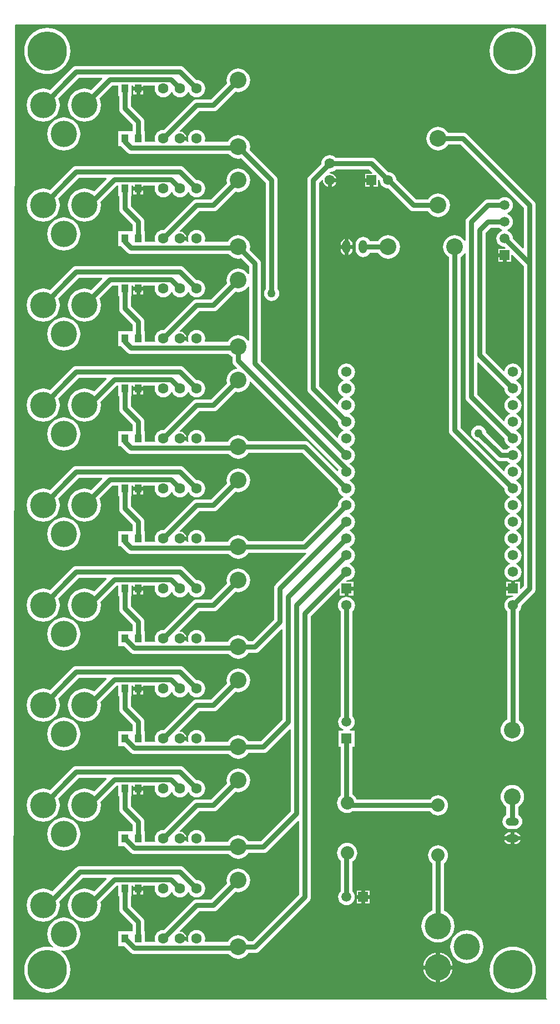
<source format=gtl>
G04 Layer_Physical_Order=1*
G04 Layer_Color=255*
%FSLAX24Y24*%
%MOIN*%
G70*
G01*
G75*
%ADD10R,0.0400X0.0500*%
%ADD11C,0.0315*%
%ADD12C,0.2362*%
%ADD13R,0.0591X0.0591*%
%ADD14C,0.0591*%
%ADD15C,0.0620*%
%ADD16C,0.1000*%
%ADD17C,0.0630*%
%ADD18R,0.0620X0.0620*%
%ADD19C,0.0620*%
%ADD20C,0.0800*%
%ADD21O,0.0500X0.0800*%
%ADD22O,0.0800X0.0500*%
%ADD23R,0.0591X0.0591*%
%ADD24C,0.1575*%
%ADD25C,0.0500*%
G36*
X15728Y-29724D02*
X15781Y-29777D01*
X15761Y-29823D01*
X-16234D01*
X-16270Y-29787D01*
X-16171Y28632D01*
X-16122Y28681D01*
X15728D01*
Y-29724D01*
D02*
G37*
%LPC*%
G36*
X13701Y-16938D02*
X13564Y-16952D01*
X13432Y-16992D01*
X13310Y-17057D01*
X13203Y-17144D01*
X13116Y-17251D01*
X13051Y-17373D01*
X13011Y-17505D01*
X12997Y-17642D01*
X13011Y-17779D01*
X13051Y-17911D01*
X13116Y-18033D01*
X13203Y-18139D01*
X13310Y-18227D01*
X13338Y-18242D01*
Y-18743D01*
X13324Y-18749D01*
X13230Y-18821D01*
X13158Y-18915D01*
X13112Y-19024D01*
X13097Y-19142D01*
X13112Y-19259D01*
X13158Y-19369D01*
X13230Y-19463D01*
X13324Y-19535D01*
X13433Y-19580D01*
X13551Y-19596D01*
X13851D01*
X13968Y-19580D01*
X14078Y-19535D01*
X14172Y-19463D01*
X14244Y-19369D01*
X14289Y-19259D01*
X14305Y-19142D01*
X14289Y-19024D01*
X14244Y-18915D01*
X14172Y-18821D01*
X14078Y-18749D01*
X14059Y-18741D01*
Y-18244D01*
X14092Y-18227D01*
X14198Y-18139D01*
X14286Y-18033D01*
X14351Y-17911D01*
X14391Y-17779D01*
X14404Y-17642D01*
X14391Y-17505D01*
X14351Y-17373D01*
X14286Y-17251D01*
X14198Y-17144D01*
X14092Y-17057D01*
X13970Y-16992D01*
X13838Y-16952D01*
X13701Y-16938D01*
D02*
G37*
G36*
X3742Y-5655D02*
X3609Y-5672D01*
X3485Y-5724D01*
X3378Y-5806D01*
X3297Y-5912D01*
X3245Y-6036D01*
X3228Y-6169D01*
X3245Y-6302D01*
X3297Y-6427D01*
X3378Y-6533D01*
X3380Y-6534D01*
Y-12828D01*
X3309Y-12920D01*
X3260Y-13040D01*
X3243Y-13169D01*
X3260Y-13299D01*
X3309Y-13419D01*
X3389Y-13523D01*
X3492Y-13602D01*
X3546Y-13624D01*
X3536Y-13674D01*
X3247D01*
Y-14665D01*
X3380D01*
Y-17576D01*
X3353Y-17597D01*
X3278Y-17689D01*
X3223Y-17793D01*
X3188Y-17906D01*
X3177Y-18024D01*
X3188Y-18141D01*
X3223Y-18254D01*
X3278Y-18359D01*
X3353Y-18450D01*
X3445Y-18525D01*
X3549Y-18581D01*
X3662Y-18615D01*
X3780Y-18627D01*
X3897Y-18615D01*
X4010Y-18581D01*
X4105Y-18530D01*
X8760D01*
X8814Y-18596D01*
X8905Y-18671D01*
X9009Y-18726D01*
X9123Y-18761D01*
X9240Y-18772D01*
X9358Y-18761D01*
X9471Y-18726D01*
X9575Y-18671D01*
X9666Y-18596D01*
X9741Y-18504D01*
X9797Y-18400D01*
X9831Y-18287D01*
X9843Y-18169D01*
X9831Y-18052D01*
X9797Y-17939D01*
X9741Y-17834D01*
X9666Y-17743D01*
X9575Y-17668D01*
X9471Y-17612D01*
X9358Y-17578D01*
X9240Y-17566D01*
X9123Y-17578D01*
X9009Y-17612D01*
X8905Y-17668D01*
X8814Y-17743D01*
X8760Y-17809D01*
X4341D01*
X4337Y-17793D01*
X4281Y-17689D01*
X4206Y-17597D01*
X4114Y-17522D01*
X4101Y-17515D01*
Y-14665D01*
X4237D01*
Y-13674D01*
X3948D01*
X3939Y-13624D01*
X3992Y-13602D01*
X4095Y-13523D01*
X4175Y-13419D01*
X4225Y-13299D01*
X4242Y-13169D01*
X4225Y-13040D01*
X4175Y-12920D01*
X4101Y-12823D01*
Y-6537D01*
X4106Y-6533D01*
X4188Y-6427D01*
X4239Y-6302D01*
X4257Y-6169D01*
X4239Y-6036D01*
X4188Y-5912D01*
X4106Y-5806D01*
X3999Y-5724D01*
X3875Y-5672D01*
X3742Y-5655D01*
D02*
G37*
G36*
X-8878Y-17289D02*
X-9058D01*
Y-17519D01*
X-8878D01*
Y-17289D01*
D02*
G37*
G36*
X13851Y-19789D02*
X13821D01*
Y-20022D01*
X14180D01*
X14157Y-19965D01*
X14100Y-19892D01*
X14027Y-19836D01*
X13942Y-19801D01*
X13851Y-19789D01*
D02*
G37*
G36*
X13581Y-20262D02*
X13222D01*
X13245Y-20318D01*
X13301Y-20391D01*
X13374Y-20447D01*
X13459Y-20483D01*
X13551Y-20495D01*
X13581D01*
Y-20262D01*
D02*
G37*
G36*
X14180D02*
X13821D01*
Y-20495D01*
X13851D01*
X13942Y-20483D01*
X14027Y-20447D01*
X14100Y-20391D01*
X14157Y-20318D01*
X14180Y-20262D01*
D02*
G37*
G36*
X13581Y-19789D02*
X13551D01*
X13459Y-19801D01*
X13374Y-19836D01*
X13301Y-19892D01*
X13245Y-19965D01*
X13222Y-20022D01*
X13581D01*
Y-19789D01*
D02*
G37*
G36*
X-8458Y-17289D02*
X-8638D01*
Y-17519D01*
X-8458D01*
Y-17289D01*
D02*
G37*
G36*
X4152Y-5289D02*
X3862D01*
Y-5579D01*
X4152D01*
Y-5289D01*
D02*
G37*
G36*
X-8878D02*
X-9058D01*
Y-5519D01*
X-8878D01*
Y-5289D01*
D02*
G37*
G36*
X-8458D02*
X-8638D01*
Y-5519D01*
X-8458D01*
Y-5289D01*
D02*
G37*
G36*
X-13238Y-6902D02*
X-13432Y-6921D01*
X-13618Y-6977D01*
X-13789Y-7069D01*
X-13940Y-7192D01*
X-14063Y-7342D01*
X-14155Y-7514D01*
X-14211Y-7700D01*
X-14230Y-7894D01*
X-14211Y-8087D01*
X-14155Y-8273D01*
X-14063Y-8445D01*
X-13940Y-8595D01*
X-13789Y-8719D01*
X-13618Y-8810D01*
X-13432Y-8867D01*
X-13238Y-8886D01*
X-13045Y-8867D01*
X-12858Y-8810D01*
X-12687Y-8719D01*
X-12537Y-8595D01*
X-12413Y-8445D01*
X-12322Y-8273D01*
X-12265Y-8087D01*
X-12246Y-7894D01*
X-12265Y-7700D01*
X-12322Y-7514D01*
X-12413Y-7342D01*
X-12537Y-7192D01*
X-12687Y-7069D01*
X-12858Y-6977D01*
X-13045Y-6921D01*
X-13238Y-6902D01*
D02*
G37*
G36*
Y-12902D02*
X-13432Y-12921D01*
X-13618Y-12977D01*
X-13789Y-13069D01*
X-13940Y-13192D01*
X-14063Y-13342D01*
X-14155Y-13514D01*
X-14211Y-13700D01*
X-14230Y-13894D01*
X-14211Y-14087D01*
X-14155Y-14273D01*
X-14063Y-14445D01*
X-13940Y-14595D01*
X-13789Y-14719D01*
X-13618Y-14810D01*
X-13432Y-14867D01*
X-13238Y-14886D01*
X-13045Y-14867D01*
X-12858Y-14810D01*
X-12687Y-14719D01*
X-12537Y-14595D01*
X-12413Y-14445D01*
X-12322Y-14273D01*
X-12265Y-14087D01*
X-12246Y-13894D01*
X-12265Y-13700D01*
X-12322Y-13514D01*
X-12413Y-13342D01*
X-12537Y-13192D01*
X-12687Y-13069D01*
X-12858Y-12977D01*
X-13045Y-12921D01*
X-13238Y-12902D01*
D02*
G37*
G36*
X-8878Y-11289D02*
X-9058D01*
Y-11519D01*
X-8878D01*
Y-11289D01*
D02*
G37*
G36*
X-8458D02*
X-8638D01*
Y-11519D01*
X-8458D01*
Y-11289D01*
D02*
G37*
G36*
X-13238Y-18902D02*
X-13432Y-18921D01*
X-13618Y-18977D01*
X-13789Y-19069D01*
X-13940Y-19192D01*
X-14063Y-19342D01*
X-14155Y-19514D01*
X-14211Y-19700D01*
X-14230Y-19894D01*
X-14211Y-20087D01*
X-14155Y-20273D01*
X-14063Y-20445D01*
X-13940Y-20595D01*
X-13789Y-20719D01*
X-13618Y-20810D01*
X-13432Y-20867D01*
X-13238Y-20886D01*
X-13045Y-20867D01*
X-12858Y-20810D01*
X-12687Y-20719D01*
X-12537Y-20595D01*
X-12413Y-20445D01*
X-12322Y-20273D01*
X-12265Y-20087D01*
X-12246Y-19894D01*
X-12265Y-19700D01*
X-12322Y-19514D01*
X-12413Y-19342D01*
X-12537Y-19192D01*
X-12687Y-19069D01*
X-12858Y-18977D01*
X-13045Y-18921D01*
X-13238Y-18902D01*
D02*
G37*
G36*
X9350Y-27010D02*
Y-27770D01*
X10110D01*
X10105Y-27716D01*
X10054Y-27549D01*
X9972Y-27394D01*
X9861Y-27259D01*
X9726Y-27148D01*
X9572Y-27066D01*
X9404Y-27015D01*
X9350Y-27010D01*
D02*
G37*
G36*
X10967Y-25657D02*
X10773Y-25677D01*
X10587Y-25733D01*
X10415Y-25825D01*
X10265Y-25948D01*
X10142Y-26098D01*
X10050Y-26270D01*
X9993Y-26456D01*
X9974Y-26650D01*
X9993Y-26843D01*
X10050Y-27029D01*
X10142Y-27201D01*
X10265Y-27351D01*
X10415Y-27475D01*
X10587Y-27566D01*
X10773Y-27623D01*
X10967Y-27642D01*
X11160Y-27623D01*
X11346Y-27566D01*
X11518Y-27475D01*
X11668Y-27351D01*
X11792Y-27201D01*
X11883Y-27029D01*
X11940Y-26843D01*
X11959Y-26650D01*
X11940Y-26456D01*
X11883Y-26270D01*
X11792Y-26098D01*
X11668Y-25948D01*
X11518Y-25825D01*
X11346Y-25733D01*
X11160Y-25677D01*
X10967Y-25657D01*
D02*
G37*
G36*
X-13238Y-24902D02*
X-13432Y-24921D01*
X-13618Y-24977D01*
X-13789Y-25069D01*
X-13940Y-25192D01*
X-14063Y-25342D01*
X-14155Y-25514D01*
X-14211Y-25700D01*
X-14230Y-25894D01*
X-14211Y-26087D01*
X-14155Y-26273D01*
X-14063Y-26445D01*
X-13940Y-26595D01*
X-13880Y-26644D01*
X-13903Y-26690D01*
X-14016Y-26663D01*
X-14232Y-26646D01*
X-14449Y-26663D01*
X-14660Y-26714D01*
X-14861Y-26797D01*
X-15047Y-26911D01*
X-15212Y-27052D01*
X-15353Y-27217D01*
X-15467Y-27403D01*
X-15550Y-27603D01*
X-15601Y-27815D01*
X-15618Y-28031D01*
X-15601Y-28248D01*
X-15550Y-28460D01*
X-15467Y-28660D01*
X-15353Y-28846D01*
X-15212Y-29011D01*
X-15047Y-29152D01*
X-14861Y-29266D01*
X-14660Y-29349D01*
X-14449Y-29400D01*
X-14232Y-29417D01*
X-14016Y-29400D01*
X-13804Y-29349D01*
X-13603Y-29266D01*
X-13418Y-29152D01*
X-13253Y-29011D01*
X-13111Y-28846D01*
X-12998Y-28660D01*
X-12915Y-28460D01*
X-12864Y-28248D01*
X-12847Y-28031D01*
X-12864Y-27815D01*
X-12915Y-27603D01*
X-12998Y-27403D01*
X-13111Y-27217D01*
X-13253Y-27052D01*
X-13408Y-26919D01*
X-13393Y-26875D01*
X-13390Y-26871D01*
X-13238Y-26886D01*
X-13045Y-26867D01*
X-12858Y-26810D01*
X-12687Y-26719D01*
X-12537Y-26595D01*
X-12413Y-26445D01*
X-12322Y-26273D01*
X-12265Y-26087D01*
X-12246Y-25894D01*
X-12265Y-25700D01*
X-12322Y-25514D01*
X-12413Y-25342D01*
X-12537Y-25192D01*
X-12687Y-25069D01*
X-12858Y-24977D01*
X-13045Y-24921D01*
X-13238Y-24902D01*
D02*
G37*
G36*
X9110Y-27010D02*
X9056Y-27015D01*
X8889Y-27066D01*
X8735Y-27148D01*
X8600Y-27259D01*
X8489Y-27394D01*
X8407Y-27549D01*
X8356Y-27716D01*
X8350Y-27770D01*
X9110D01*
Y-27010D01*
D02*
G37*
G36*
X13720Y-26646D02*
X13504Y-26663D01*
X13292Y-26714D01*
X13092Y-26797D01*
X12906Y-26911D01*
X12741Y-27052D01*
X12600Y-27217D01*
X12486Y-27403D01*
X12403Y-27603D01*
X12352Y-27815D01*
X12335Y-28031D01*
X12352Y-28248D01*
X12403Y-28460D01*
X12486Y-28660D01*
X12600Y-28846D01*
X12741Y-29011D01*
X12906Y-29152D01*
X13092Y-29266D01*
X13292Y-29349D01*
X13504Y-29400D01*
X13720Y-29417D01*
X13937Y-29400D01*
X14149Y-29349D01*
X14349Y-29266D01*
X14535Y-29152D01*
X14700Y-29011D01*
X14841Y-28846D01*
X14955Y-28660D01*
X15038Y-28460D01*
X15089Y-28248D01*
X15106Y-28031D01*
X15089Y-27815D01*
X15038Y-27603D01*
X14955Y-27403D01*
X14841Y-27217D01*
X14700Y-27052D01*
X14535Y-26911D01*
X14349Y-26797D01*
X14149Y-26714D01*
X13937Y-26663D01*
X13720Y-26646D01*
D02*
G37*
G36*
X9110Y-28010D02*
X8350D01*
X8356Y-28064D01*
X8407Y-28231D01*
X8489Y-28385D01*
X8600Y-28520D01*
X8735Y-28631D01*
X8889Y-28714D01*
X9056Y-28764D01*
X9110Y-28770D01*
Y-28010D01*
D02*
G37*
G36*
X10110D02*
X9350D01*
Y-28770D01*
X9404Y-28764D01*
X9572Y-28714D01*
X9726Y-28631D01*
X9861Y-28520D01*
X9972Y-28385D01*
X10054Y-28231D01*
X10105Y-28064D01*
X10110Y-28010D01*
D02*
G37*
G36*
X9240Y-20566D02*
X9123Y-20578D01*
X9009Y-20612D01*
X8905Y-20668D01*
X8814Y-20743D01*
X8739Y-20834D01*
X8683Y-20939D01*
X8649Y-21052D01*
X8637Y-21169D01*
X8649Y-21287D01*
X8683Y-21400D01*
X8739Y-21504D01*
X8814Y-21596D01*
X8880Y-21650D01*
Y-24484D01*
X8851Y-24493D01*
X8679Y-24584D01*
X8529Y-24708D01*
X8405Y-24858D01*
X8314Y-25030D01*
X8257Y-25216D01*
X8238Y-25409D01*
X8257Y-25603D01*
X8314Y-25789D01*
X8405Y-25961D01*
X8529Y-26111D01*
X8679Y-26234D01*
X8851Y-26326D01*
X9037Y-26383D01*
X9230Y-26402D01*
X9424Y-26383D01*
X9610Y-26326D01*
X9782Y-26234D01*
X9932Y-26111D01*
X10055Y-25961D01*
X10147Y-25789D01*
X10203Y-25603D01*
X10223Y-25409D01*
X10203Y-25216D01*
X10147Y-25030D01*
X10055Y-24858D01*
X9932Y-24708D01*
X9782Y-24584D01*
X9610Y-24493D01*
X9601Y-24490D01*
Y-21650D01*
X9666Y-21596D01*
X9741Y-21504D01*
X9797Y-21400D01*
X9831Y-21287D01*
X9843Y-21169D01*
X9831Y-21052D01*
X9797Y-20939D01*
X9741Y-20834D01*
X9666Y-20743D01*
X9575Y-20668D01*
X9471Y-20612D01*
X9358Y-20578D01*
X9240Y-20566D01*
D02*
G37*
G36*
X5137Y-23274D02*
X4862D01*
Y-23549D01*
X5137D01*
Y-23274D01*
D02*
G37*
G36*
X-8878Y-23289D02*
X-9058D01*
Y-23519D01*
X-8878D01*
Y-23289D01*
D02*
G37*
G36*
X-8458D02*
X-8638D01*
Y-23519D01*
X-8458D01*
Y-23289D01*
D02*
G37*
G36*
X4622Y-23274D02*
X4347D01*
Y-23549D01*
X4622D01*
Y-23274D01*
D02*
G37*
G36*
X3780Y-20421D02*
X3662Y-20432D01*
X3549Y-20467D01*
X3445Y-20522D01*
X3353Y-20597D01*
X3278Y-20689D01*
X3223Y-20793D01*
X3188Y-20906D01*
X3177Y-21024D01*
X3188Y-21141D01*
X3223Y-21254D01*
X3278Y-21359D01*
X3353Y-21450D01*
X3380Y-21472D01*
Y-23328D01*
X3309Y-23420D01*
X3260Y-23540D01*
X3243Y-23669D01*
X3260Y-23799D01*
X3309Y-23919D01*
X3389Y-24023D01*
X3492Y-24102D01*
X3613Y-24152D01*
X3742Y-24169D01*
X3871Y-24152D01*
X3992Y-24102D01*
X4095Y-24023D01*
X4175Y-23919D01*
X4225Y-23799D01*
X4242Y-23669D01*
X4225Y-23540D01*
X4175Y-23420D01*
X4101Y-23323D01*
Y-21532D01*
X4114Y-21525D01*
X4206Y-21450D01*
X4281Y-21359D01*
X4337Y-21254D01*
X4371Y-21141D01*
X4382Y-21024D01*
X4371Y-20906D01*
X4337Y-20793D01*
X4281Y-20689D01*
X4206Y-20597D01*
X4114Y-20522D01*
X4010Y-20467D01*
X3897Y-20432D01*
X3780Y-20421D01*
D02*
G37*
G36*
X4622Y-23789D02*
X4347D01*
Y-24065D01*
X4622D01*
Y-23789D01*
D02*
G37*
G36*
X5137D02*
X4862D01*
Y-24065D01*
X5137D01*
Y-23789D01*
D02*
G37*
G36*
X13622Y-4759D02*
X13332D01*
Y-5049D01*
X13622D01*
Y-4759D01*
D02*
G37*
G36*
X-8878Y18711D02*
X-9058D01*
Y18481D01*
X-8878D01*
Y18711D01*
D02*
G37*
G36*
X6242Y16034D02*
X6105Y16021D01*
X5973Y15981D01*
X5851Y15916D01*
X5745Y15828D01*
X5657Y15721D01*
X5641Y15691D01*
X5142D01*
X5135Y15708D01*
X5063Y15802D01*
X4969Y15874D01*
X4860Y15919D01*
X4742Y15935D01*
X4625Y15919D01*
X4515Y15874D01*
X4421Y15802D01*
X4349Y15708D01*
X4304Y15598D01*
X4288Y15481D01*
Y15181D01*
X4304Y15063D01*
X4349Y14954D01*
X4421Y14860D01*
X4515Y14788D01*
X4625Y14742D01*
X4742Y14727D01*
X4860Y14742D01*
X4969Y14788D01*
X5063Y14860D01*
X5135Y14954D01*
X5142Y14970D01*
X5641D01*
X5657Y14940D01*
X5745Y14833D01*
X5851Y14746D01*
X5973Y14681D01*
X6105Y14641D01*
X6242Y14627D01*
X6379Y14641D01*
X6511Y14681D01*
X6633Y14746D01*
X6739Y14833D01*
X6827Y14940D01*
X6892Y15062D01*
X6932Y15193D01*
X6946Y15331D01*
X6932Y15468D01*
X6892Y15600D01*
X6827Y15721D01*
X6739Y15828D01*
X6633Y15916D01*
X6511Y15981D01*
X6379Y16021D01*
X6242Y16034D01*
D02*
G37*
G36*
X2742Y20845D02*
X2609Y20828D01*
X2485Y20776D01*
X2378Y20694D01*
X2297Y20588D01*
X2245Y20464D01*
X2228Y20331D01*
X2228Y20328D01*
X1485Y19586D01*
X1428Y19511D01*
X1392Y19424D01*
X1380Y19331D01*
Y6831D01*
X1392Y6737D01*
X1428Y6650D01*
X1485Y6576D01*
X3228Y4833D01*
X3228Y4831D01*
X3245Y4698D01*
X3297Y4573D01*
X3378Y4467D01*
X3485Y4385D01*
X3551Y4358D01*
Y4304D01*
X3485Y4276D01*
X3378Y4194D01*
X3297Y4088D01*
X3245Y3964D01*
X3238Y3907D01*
X3190Y3890D01*
X-1399Y8480D01*
Y14331D01*
X-1412Y14424D01*
X-1448Y14511D01*
X-1505Y14586D01*
X-2078Y15159D01*
X-2068Y15193D01*
X-2054Y15331D01*
X-2068Y15468D01*
X-2108Y15600D01*
X-2173Y15721D01*
X-2261Y15828D01*
X-2367Y15916D01*
X-2489Y15981D01*
X-2621Y16021D01*
X-2758Y16034D01*
X-2895Y16021D01*
X-3027Y15981D01*
X-3149Y15916D01*
X-3255Y15828D01*
X-3343Y15721D01*
X-3387Y15639D01*
X-4735D01*
X-4763Y15680D01*
X-4756Y15696D01*
X-4738Y15831D01*
X-4756Y15965D01*
X-4808Y16090D01*
X-4891Y16198D01*
X-4998Y16281D01*
X-5123Y16332D01*
X-5258Y16350D01*
X-5392Y16332D01*
X-5518Y16281D01*
X-5625Y16198D01*
X-5708Y16090D01*
X-5760Y15965D01*
X-5777Y15831D01*
X-5760Y15696D01*
X-5753Y15680D01*
X-5781Y15639D01*
X-5843D01*
X-5871Y15680D01*
X-5858Y15711D01*
X-6258D01*
Y15951D01*
X-5858D01*
X-5895Y16040D01*
X-5962Y16127D01*
X-6049Y16193D01*
X-6150Y16235D01*
X-6258Y16249D01*
X-6265Y16248D01*
X-6288Y16293D01*
X-5110Y17470D01*
X-4260D01*
X-4167Y17482D01*
X-4080Y17518D01*
X-4005Y17576D01*
X-2929Y18651D01*
X-2895Y18641D01*
X-2758Y18627D01*
X-2621Y18641D01*
X-2489Y18681D01*
X-2367Y18746D01*
X-2261Y18833D01*
X-2173Y18940D01*
X-2108Y19062D01*
X-2068Y19193D01*
X-2054Y19331D01*
X-2068Y19468D01*
X-2108Y19600D01*
X-2173Y19721D01*
X-2261Y19828D01*
X-2367Y19916D01*
X-2489Y19981D01*
X-2621Y20021D01*
X-2758Y20034D01*
X-2895Y20021D01*
X-3027Y19981D01*
X-3149Y19916D01*
X-3255Y19828D01*
X-3343Y19721D01*
X-3408Y19600D01*
X-3448Y19468D01*
X-3461Y19331D01*
X-3448Y19193D01*
X-3438Y19162D01*
X-4409Y18191D01*
X-5260D01*
X-5353Y18179D01*
X-5440Y18143D01*
X-5515Y18086D01*
X-7251Y16349D01*
X-7258Y16350D01*
X-7392Y16332D01*
X-7518Y16281D01*
X-7625Y16198D01*
X-7708Y16090D01*
X-7760Y15965D01*
X-7777Y15831D01*
X-7760Y15696D01*
X-7753Y15680D01*
X-7781Y15639D01*
X-8358D01*
Y16281D01*
X-8399D01*
Y16831D01*
X-8412Y16924D01*
X-8448Y17011D01*
X-8505Y17086D01*
X-9199Y17780D01*
Y18381D01*
X-9158D01*
Y19023D01*
X-9058D01*
Y18951D01*
X-8458D01*
Y19023D01*
X-7781D01*
X-7753Y18981D01*
X-7760Y18965D01*
X-7777Y18831D01*
X-7760Y18696D01*
X-7708Y18571D01*
X-7625Y18463D01*
X-7518Y18381D01*
X-7392Y18329D01*
X-7258Y18311D01*
X-7123Y18329D01*
X-6998Y18381D01*
X-6891Y18463D01*
X-6808Y18571D01*
X-6783Y18632D01*
X-6733D01*
X-6708Y18571D01*
X-6625Y18463D01*
X-6518Y18381D01*
X-6392Y18329D01*
X-6258Y18311D01*
X-6123Y18329D01*
X-5998Y18381D01*
X-5891Y18463D01*
X-5808Y18571D01*
X-5783Y18632D01*
X-5733D01*
X-5708Y18571D01*
X-5625Y18463D01*
X-5518Y18381D01*
X-5392Y18329D01*
X-5258Y18311D01*
X-5123Y18329D01*
X-4998Y18381D01*
X-4891Y18463D01*
X-4808Y18571D01*
X-4756Y18696D01*
X-4738Y18831D01*
X-4756Y18965D01*
X-4808Y19090D01*
X-4891Y19198D01*
X-4998Y19281D01*
X-5123Y19332D01*
X-5258Y19350D01*
X-5268Y19349D01*
X-6005Y20086D01*
X-6080Y20143D01*
X-6167Y20179D01*
X-6260Y20191D01*
X-12492D01*
X-12585Y20179D01*
X-12672Y20143D01*
X-12747Y20086D01*
X-14082Y18750D01*
X-14099Y18759D01*
X-14285Y18816D01*
X-14478Y18835D01*
X-14672Y18816D01*
X-14858Y18759D01*
X-15030Y18667D01*
X-15180Y18544D01*
X-15303Y18394D01*
X-15395Y18222D01*
X-15451Y18036D01*
X-15471Y17843D01*
X-15451Y17649D01*
X-15395Y17463D01*
X-15303Y17291D01*
X-15180Y17141D01*
X-15030Y17018D01*
X-14858Y16926D01*
X-14672Y16869D01*
X-14478Y16850D01*
X-14285Y16869D01*
X-14099Y16926D01*
X-13927Y17018D01*
X-13777Y17141D01*
X-13653Y17291D01*
X-13562Y17463D01*
X-13505Y17649D01*
X-13486Y17843D01*
X-13505Y18036D01*
X-13562Y18222D01*
X-13572Y18241D01*
X-12343Y19470D01*
X-10696D01*
X-10677Y19424D01*
X-11439Y18661D01*
X-11447Y18667D01*
X-11618Y18759D01*
X-11804Y18816D01*
X-11998Y18835D01*
X-12192Y18816D01*
X-12378Y18759D01*
X-12549Y18667D01*
X-12700Y18544D01*
X-12823Y18394D01*
X-12915Y18222D01*
X-12971Y18036D01*
X-12990Y17843D01*
X-12971Y17649D01*
X-12915Y17463D01*
X-12823Y17291D01*
X-12700Y17141D01*
X-12549Y17018D01*
X-12378Y16926D01*
X-12192Y16869D01*
X-11998Y16850D01*
X-11804Y16869D01*
X-11618Y16926D01*
X-11447Y17018D01*
X-11296Y17141D01*
X-11173Y17291D01*
X-11081Y17463D01*
X-11025Y17649D01*
X-11006Y17843D01*
X-11025Y18036D01*
X-11029Y18051D01*
X-10058Y19023D01*
X-9958D01*
Y18381D01*
X-9920D01*
Y17631D01*
X-9908Y17537D01*
X-9872Y17450D01*
X-9815Y17376D01*
X-9120Y16681D01*
Y16281D01*
X-9958D01*
Y15381D01*
X-9819D01*
X-9815Y15376D01*
X-9462Y15023D01*
X-9388Y14966D01*
X-9301Y14930D01*
X-9207Y14918D01*
X-3324D01*
X-3255Y14833D01*
X-3149Y14746D01*
X-3027Y14681D01*
X-2895Y14641D01*
X-2758Y14627D01*
X-2621Y14641D01*
X-2589Y14650D01*
X-2120Y14181D01*
Y13726D01*
X-2169Y13714D01*
X-2173Y13721D01*
X-2261Y13828D01*
X-2367Y13916D01*
X-2489Y13981D01*
X-2621Y14021D01*
X-2758Y14034D01*
X-2895Y14021D01*
X-3027Y13981D01*
X-3149Y13916D01*
X-3255Y13828D01*
X-3343Y13721D01*
X-3408Y13600D01*
X-3448Y13468D01*
X-3461Y13331D01*
X-3448Y13193D01*
X-3438Y13162D01*
X-4409Y12191D01*
X-5260D01*
X-5353Y12179D01*
X-5440Y12143D01*
X-5515Y12086D01*
X-7251Y10349D01*
X-7258Y10350D01*
X-7392Y10332D01*
X-7518Y10281D01*
X-7625Y10198D01*
X-7708Y10090D01*
X-7760Y9965D01*
X-7777Y9831D01*
X-7760Y9696D01*
X-7753Y9680D01*
X-7781Y9639D01*
X-8358D01*
Y10281D01*
X-8399D01*
Y10831D01*
X-8412Y10924D01*
X-8448Y11011D01*
X-8505Y11086D01*
X-9199Y11780D01*
Y12381D01*
X-9158D01*
Y13023D01*
X-9058D01*
Y12951D01*
X-8458D01*
Y13023D01*
X-7781D01*
X-7753Y12981D01*
X-7760Y12965D01*
X-7777Y12831D01*
X-7760Y12696D01*
X-7708Y12571D01*
X-7625Y12463D01*
X-7518Y12381D01*
X-7392Y12329D01*
X-7258Y12311D01*
X-7123Y12329D01*
X-6998Y12381D01*
X-6891Y12463D01*
X-6808Y12571D01*
X-6783Y12632D01*
X-6733D01*
X-6708Y12571D01*
X-6625Y12463D01*
X-6518Y12381D01*
X-6392Y12329D01*
X-6258Y12311D01*
X-6123Y12329D01*
X-5998Y12381D01*
X-5891Y12463D01*
X-5808Y12571D01*
X-5783Y12632D01*
X-5733D01*
X-5708Y12571D01*
X-5625Y12463D01*
X-5518Y12381D01*
X-5392Y12329D01*
X-5258Y12311D01*
X-5123Y12329D01*
X-4998Y12381D01*
X-4891Y12463D01*
X-4808Y12571D01*
X-4756Y12696D01*
X-4738Y12831D01*
X-4756Y12965D01*
X-4808Y13090D01*
X-4891Y13198D01*
X-4998Y13281D01*
X-5123Y13332D01*
X-5258Y13350D01*
X-5268Y13349D01*
X-6005Y14086D01*
X-6080Y14143D01*
X-6167Y14179D01*
X-6260Y14191D01*
X-12492D01*
X-12585Y14179D01*
X-12672Y14143D01*
X-12747Y14086D01*
X-14082Y12750D01*
X-14099Y12759D01*
X-14285Y12816D01*
X-14478Y12835D01*
X-14672Y12816D01*
X-14858Y12759D01*
X-15030Y12667D01*
X-15180Y12544D01*
X-15303Y12394D01*
X-15395Y12222D01*
X-15451Y12036D01*
X-15471Y11843D01*
X-15451Y11649D01*
X-15395Y11463D01*
X-15303Y11291D01*
X-15180Y11141D01*
X-15030Y11018D01*
X-14858Y10926D01*
X-14672Y10869D01*
X-14478Y10850D01*
X-14285Y10869D01*
X-14099Y10926D01*
X-13927Y11018D01*
X-13777Y11141D01*
X-13653Y11291D01*
X-13562Y11463D01*
X-13505Y11649D01*
X-13486Y11843D01*
X-13505Y12036D01*
X-13562Y12222D01*
X-13572Y12241D01*
X-12343Y13470D01*
X-10948D01*
X-10928Y13424D01*
X-11602Y12750D01*
X-11618Y12759D01*
X-11804Y12816D01*
X-11998Y12835D01*
X-12192Y12816D01*
X-12378Y12759D01*
X-12549Y12667D01*
X-12700Y12544D01*
X-12823Y12394D01*
X-12915Y12222D01*
X-12971Y12036D01*
X-12990Y11843D01*
X-12971Y11649D01*
X-12915Y11463D01*
X-12823Y11291D01*
X-12700Y11141D01*
X-12549Y11018D01*
X-12378Y10926D01*
X-12192Y10869D01*
X-11998Y10850D01*
X-11804Y10869D01*
X-11618Y10926D01*
X-11447Y11018D01*
X-11296Y11141D01*
X-11173Y11291D01*
X-11081Y11463D01*
X-11025Y11649D01*
X-11006Y11843D01*
X-11025Y12036D01*
X-11081Y12222D01*
X-11091Y12241D01*
X-10310Y13023D01*
X-9958D01*
Y12381D01*
X-9920D01*
Y11631D01*
X-9908Y11537D01*
X-9872Y11450D01*
X-9815Y11376D01*
X-9120Y10681D01*
Y10281D01*
X-9958D01*
Y9381D01*
X-9819D01*
X-9815Y9376D01*
X-9462Y9023D01*
X-9388Y8966D01*
X-9301Y8930D01*
X-9207Y8918D01*
X-3324D01*
X-3255Y8833D01*
X-3149Y8746D01*
X-3120Y8731D01*
Y8508D01*
X-3108Y8415D01*
X-3072Y8328D01*
X-3015Y8253D01*
X-2834Y8072D01*
X-2851Y8025D01*
X-2895Y8021D01*
X-3027Y7981D01*
X-3149Y7916D01*
X-3255Y7828D01*
X-3343Y7721D01*
X-3408Y7600D01*
X-3448Y7468D01*
X-3461Y7331D01*
X-3448Y7193D01*
X-3438Y7162D01*
X-4409Y6191D01*
X-5260D01*
X-5353Y6179D01*
X-5440Y6143D01*
X-5515Y6086D01*
X-7251Y4349D01*
X-7258Y4350D01*
X-7392Y4332D01*
X-7518Y4281D01*
X-7625Y4198D01*
X-7708Y4090D01*
X-7760Y3965D01*
X-7777Y3831D01*
X-7760Y3696D01*
X-7753Y3680D01*
X-7781Y3639D01*
X-8358D01*
Y4281D01*
X-8399D01*
Y4831D01*
X-8412Y4924D01*
X-8448Y5011D01*
X-8505Y5086D01*
X-9199Y5780D01*
Y6381D01*
X-9158D01*
Y7023D01*
X-9058D01*
Y6951D01*
X-8458D01*
Y7023D01*
X-7781D01*
X-7753Y6981D01*
X-7760Y6965D01*
X-7777Y6831D01*
X-7760Y6696D01*
X-7708Y6571D01*
X-7625Y6463D01*
X-7518Y6381D01*
X-7392Y6329D01*
X-7258Y6311D01*
X-7123Y6329D01*
X-6998Y6381D01*
X-6891Y6463D01*
X-6808Y6571D01*
X-6783Y6632D01*
X-6733D01*
X-6708Y6571D01*
X-6625Y6463D01*
X-6518Y6381D01*
X-6392Y6329D01*
X-6258Y6311D01*
X-6123Y6329D01*
X-5998Y6381D01*
X-5891Y6463D01*
X-5808Y6571D01*
X-5783Y6632D01*
X-5733D01*
X-5708Y6571D01*
X-5625Y6463D01*
X-5518Y6381D01*
X-5392Y6329D01*
X-5258Y6311D01*
X-5123Y6329D01*
X-4998Y6381D01*
X-4891Y6463D01*
X-4808Y6571D01*
X-4756Y6696D01*
X-4738Y6831D01*
X-4756Y6965D01*
X-4808Y7090D01*
X-4891Y7198D01*
X-4998Y7281D01*
X-5123Y7332D01*
X-5258Y7350D01*
X-5268Y7349D01*
X-6005Y8086D01*
X-6080Y8143D01*
X-6167Y8179D01*
X-6260Y8191D01*
X-12492D01*
X-12585Y8179D01*
X-12672Y8143D01*
X-12747Y8086D01*
X-14082Y6750D01*
X-14099Y6759D01*
X-14285Y6816D01*
X-14478Y6835D01*
X-14672Y6816D01*
X-14858Y6759D01*
X-15030Y6668D01*
X-15180Y6544D01*
X-15303Y6394D01*
X-15395Y6222D01*
X-15451Y6036D01*
X-15471Y5843D01*
X-15451Y5649D01*
X-15395Y5463D01*
X-15303Y5291D01*
X-15180Y5141D01*
X-15030Y5018D01*
X-14858Y4926D01*
X-14672Y4869D01*
X-14478Y4850D01*
X-14285Y4869D01*
X-14099Y4926D01*
X-13927Y5018D01*
X-13777Y5141D01*
X-13653Y5291D01*
X-13562Y5463D01*
X-13505Y5649D01*
X-13486Y5843D01*
X-13505Y6036D01*
X-13562Y6222D01*
X-13572Y6241D01*
X-12343Y7470D01*
X-10696D01*
X-10677Y7424D01*
X-11439Y6661D01*
X-11447Y6668D01*
X-11618Y6759D01*
X-11804Y6816D01*
X-11998Y6835D01*
X-12192Y6816D01*
X-12378Y6759D01*
X-12549Y6668D01*
X-12700Y6544D01*
X-12823Y6394D01*
X-12915Y6222D01*
X-12971Y6036D01*
X-12990Y5843D01*
X-12971Y5649D01*
X-12915Y5463D01*
X-12823Y5291D01*
X-12700Y5141D01*
X-12549Y5018D01*
X-12378Y4926D01*
X-12192Y4869D01*
X-11998Y4850D01*
X-11804Y4869D01*
X-11618Y4926D01*
X-11447Y5018D01*
X-11296Y5141D01*
X-11173Y5291D01*
X-11081Y5463D01*
X-11025Y5649D01*
X-11006Y5843D01*
X-11025Y6036D01*
X-11029Y6051D01*
X-10058Y7023D01*
X-9958D01*
Y6381D01*
X-9920D01*
Y5631D01*
X-9908Y5537D01*
X-9872Y5450D01*
X-9815Y5376D01*
X-9120Y4681D01*
Y4281D01*
X-9958D01*
Y3381D01*
X-9819D01*
X-9815Y3376D01*
X-9462Y3023D01*
X-9388Y2966D01*
X-9301Y2930D01*
X-9207Y2918D01*
X-3324D01*
X-3255Y2833D01*
X-3149Y2746D01*
X-3027Y2681D01*
X-2895Y2641D01*
X-2758Y2627D01*
X-2621Y2641D01*
X-2489Y2681D01*
X-2367Y2746D01*
X-2261Y2833D01*
X-2173Y2940D01*
X-2157Y2970D01*
X1091D01*
X3228Y833D01*
X3228Y831D01*
X3245Y698D01*
X3297Y573D01*
X3378Y467D01*
X3485Y385D01*
X3551Y358D01*
Y304D01*
X3485Y276D01*
X3378Y194D01*
X3297Y88D01*
X3245Y-36D01*
X3228Y-169D01*
X3228Y-172D01*
X1091Y-2309D01*
X-2157D01*
X-2173Y-2279D01*
X-2261Y-2172D01*
X-2367Y-2084D01*
X-2489Y-2019D01*
X-2621Y-1979D01*
X-2758Y-1966D01*
X-2895Y-1979D01*
X-3027Y-2019D01*
X-3149Y-2084D01*
X-3255Y-2172D01*
X-3343Y-2279D01*
X-3387Y-2361D01*
X-4735D01*
X-4763Y-2320D01*
X-4756Y-2304D01*
X-4738Y-2169D01*
X-4756Y-2035D01*
X-4808Y-1910D01*
X-4891Y-1802D01*
X-4998Y-1719D01*
X-5123Y-1668D01*
X-5258Y-1650D01*
X-5392Y-1668D01*
X-5518Y-1719D01*
X-5625Y-1802D01*
X-5708Y-1910D01*
X-5760Y-2035D01*
X-5777Y-2169D01*
X-5760Y-2304D01*
X-5753Y-2320D01*
X-5781Y-2361D01*
X-5843D01*
X-5871Y-2320D01*
X-5858Y-2289D01*
X-6258D01*
Y-2049D01*
X-5858D01*
X-5895Y-1960D01*
X-5962Y-1873D01*
X-6049Y-1807D01*
X-6150Y-1765D01*
X-6258Y-1751D01*
X-6265Y-1752D01*
X-6288Y-1707D01*
X-5110Y-530D01*
X-4260D01*
X-4167Y-518D01*
X-4080Y-482D01*
X-4005Y-424D01*
X-2929Y651D01*
X-2895Y641D01*
X-2758Y627D01*
X-2621Y641D01*
X-2489Y681D01*
X-2367Y746D01*
X-2261Y833D01*
X-2173Y940D01*
X-2108Y1062D01*
X-2068Y1193D01*
X-2054Y1331D01*
X-2068Y1468D01*
X-2108Y1600D01*
X-2173Y1721D01*
X-2261Y1828D01*
X-2367Y1916D01*
X-2489Y1981D01*
X-2621Y2021D01*
X-2758Y2034D01*
X-2895Y2021D01*
X-3027Y1981D01*
X-3149Y1916D01*
X-3255Y1828D01*
X-3343Y1721D01*
X-3408Y1600D01*
X-3448Y1468D01*
X-3461Y1331D01*
X-3448Y1193D01*
X-3438Y1162D01*
X-4409Y191D01*
X-5260D01*
X-5353Y179D01*
X-5440Y143D01*
X-5515Y86D01*
X-7251Y-1651D01*
X-7258Y-1650D01*
X-7392Y-1668D01*
X-7518Y-1719D01*
X-7625Y-1802D01*
X-7708Y-1910D01*
X-7760Y-2035D01*
X-7777Y-2169D01*
X-7760Y-2304D01*
X-7753Y-2320D01*
X-7781Y-2361D01*
X-8358D01*
Y-1719D01*
X-8399D01*
Y-1169D01*
X-8412Y-1076D01*
X-8448Y-989D01*
X-8505Y-914D01*
X-9199Y-220D01*
Y381D01*
X-9158D01*
Y1023D01*
X-9058D01*
Y951D01*
X-8458D01*
Y1023D01*
X-7781D01*
X-7753Y981D01*
X-7760Y965D01*
X-7777Y831D01*
X-7760Y696D01*
X-7708Y571D01*
X-7625Y463D01*
X-7518Y381D01*
X-7392Y329D01*
X-7258Y311D01*
X-7123Y329D01*
X-6998Y381D01*
X-6891Y463D01*
X-6808Y571D01*
X-6783Y632D01*
X-6733D01*
X-6708Y571D01*
X-6625Y463D01*
X-6518Y381D01*
X-6392Y329D01*
X-6258Y311D01*
X-6123Y329D01*
X-5998Y381D01*
X-5891Y463D01*
X-5808Y571D01*
X-5783Y632D01*
X-5733D01*
X-5708Y571D01*
X-5625Y463D01*
X-5518Y381D01*
X-5392Y329D01*
X-5258Y311D01*
X-5123Y329D01*
X-4998Y381D01*
X-4891Y463D01*
X-4808Y571D01*
X-4756Y696D01*
X-4738Y831D01*
X-4756Y965D01*
X-4808Y1090D01*
X-4891Y1198D01*
X-4998Y1281D01*
X-5123Y1332D01*
X-5258Y1350D01*
X-5268Y1349D01*
X-6005Y2086D01*
X-6080Y2143D01*
X-6167Y2179D01*
X-6260Y2191D01*
X-12492D01*
X-12585Y2179D01*
X-12672Y2143D01*
X-12747Y2086D01*
X-14082Y750D01*
X-14099Y759D01*
X-14285Y816D01*
X-14478Y835D01*
X-14672Y816D01*
X-14858Y759D01*
X-15030Y667D01*
X-15180Y544D01*
X-15303Y394D01*
X-15395Y222D01*
X-15451Y36D01*
X-15471Y-157D01*
X-15451Y-351D01*
X-15395Y-537D01*
X-15303Y-709D01*
X-15180Y-859D01*
X-15030Y-982D01*
X-14858Y-1074D01*
X-14672Y-1131D01*
X-14478Y-1150D01*
X-14285Y-1131D01*
X-14099Y-1074D01*
X-13927Y-982D01*
X-13777Y-859D01*
X-13653Y-709D01*
X-13562Y-537D01*
X-13505Y-351D01*
X-13486Y-157D01*
X-13505Y36D01*
X-13562Y222D01*
X-13572Y241D01*
X-12343Y1470D01*
X-10948D01*
X-10928Y1424D01*
X-11602Y750D01*
X-11618Y759D01*
X-11804Y816D01*
X-11998Y835D01*
X-12192Y816D01*
X-12378Y759D01*
X-12549Y667D01*
X-12700Y544D01*
X-12823Y394D01*
X-12915Y222D01*
X-12971Y36D01*
X-12990Y-157D01*
X-12971Y-351D01*
X-12915Y-537D01*
X-12823Y-709D01*
X-12700Y-859D01*
X-12549Y-982D01*
X-12378Y-1074D01*
X-12192Y-1131D01*
X-11998Y-1150D01*
X-11804Y-1131D01*
X-11618Y-1074D01*
X-11447Y-982D01*
X-11296Y-859D01*
X-11173Y-709D01*
X-11081Y-537D01*
X-11025Y-351D01*
X-11006Y-157D01*
X-11025Y36D01*
X-11081Y222D01*
X-11091Y241D01*
X-10310Y1023D01*
X-9958D01*
Y381D01*
X-9920D01*
Y-369D01*
X-9908Y-463D01*
X-9872Y-550D01*
X-9815Y-624D01*
X-9120Y-1319D01*
Y-1719D01*
X-9958D01*
Y-2619D01*
X-9819D01*
X-9815Y-2624D01*
X-9462Y-2977D01*
X-9388Y-3034D01*
X-9301Y-3070D01*
X-9207Y-3082D01*
X-3324D01*
X-3255Y-3167D01*
X-3149Y-3254D01*
X-3027Y-3319D01*
X-2895Y-3359D01*
X-2758Y-3373D01*
X-2621Y-3359D01*
X-2489Y-3319D01*
X-2367Y-3254D01*
X-2261Y-3167D01*
X-2173Y-3060D01*
X-2157Y-3030D01*
X1240D01*
X1308Y-3021D01*
X1331Y-3068D01*
X-515Y-4914D01*
X-572Y-4989D01*
X-608Y-5076D01*
X-620Y-5169D01*
Y-7020D01*
X-1909Y-8309D01*
X-2157D01*
X-2173Y-8279D01*
X-2261Y-8172D01*
X-2367Y-8084D01*
X-2489Y-8019D01*
X-2621Y-7979D01*
X-2758Y-7966D01*
X-2895Y-7979D01*
X-3027Y-8019D01*
X-3149Y-8084D01*
X-3255Y-8172D01*
X-3343Y-8279D01*
X-3387Y-8361D01*
X-4735D01*
X-4763Y-8320D01*
X-4756Y-8304D01*
X-4738Y-8169D01*
X-4756Y-8035D01*
X-4808Y-7910D01*
X-4891Y-7802D01*
X-4998Y-7719D01*
X-5123Y-7668D01*
X-5258Y-7650D01*
X-5392Y-7668D01*
X-5518Y-7719D01*
X-5625Y-7802D01*
X-5708Y-7910D01*
X-5760Y-8035D01*
X-5777Y-8169D01*
X-5760Y-8304D01*
X-5753Y-8320D01*
X-5781Y-8361D01*
X-5843D01*
X-5871Y-8320D01*
X-5858Y-8289D01*
X-6258D01*
Y-8049D01*
X-5858D01*
X-5895Y-7960D01*
X-5962Y-7873D01*
X-6049Y-7807D01*
X-6150Y-7765D01*
X-6258Y-7751D01*
X-6265Y-7752D01*
X-6288Y-7707D01*
X-5110Y-6530D01*
X-4260D01*
X-4167Y-6518D01*
X-4080Y-6482D01*
X-4005Y-6424D01*
X-2929Y-5349D01*
X-2895Y-5359D01*
X-2758Y-5373D01*
X-2621Y-5359D01*
X-2489Y-5319D01*
X-2367Y-5254D01*
X-2261Y-5167D01*
X-2173Y-5060D01*
X-2108Y-4938D01*
X-2068Y-4807D01*
X-2054Y-4669D01*
X-2068Y-4532D01*
X-2108Y-4400D01*
X-2173Y-4279D01*
X-2261Y-4172D01*
X-2367Y-4084D01*
X-2489Y-4019D01*
X-2621Y-3979D01*
X-2758Y-3966D01*
X-2895Y-3979D01*
X-3027Y-4019D01*
X-3149Y-4084D01*
X-3255Y-4172D01*
X-3343Y-4279D01*
X-3408Y-4400D01*
X-3448Y-4532D01*
X-3461Y-4669D01*
X-3448Y-4807D01*
X-3438Y-4838D01*
X-4409Y-5809D01*
X-5260D01*
X-5353Y-5821D01*
X-5440Y-5857D01*
X-5515Y-5914D01*
X-7251Y-7651D01*
X-7258Y-7650D01*
X-7392Y-7668D01*
X-7518Y-7719D01*
X-7625Y-7802D01*
X-7708Y-7910D01*
X-7760Y-8035D01*
X-7777Y-8169D01*
X-7760Y-8304D01*
X-7753Y-8320D01*
X-7781Y-8361D01*
X-8358D01*
Y-7719D01*
X-8399D01*
Y-7169D01*
X-8412Y-7076D01*
X-8448Y-6989D01*
X-8505Y-6914D01*
X-9199Y-6220D01*
Y-5619D01*
X-9158D01*
Y-4977D01*
X-9058D01*
Y-5049D01*
X-8458D01*
Y-4977D01*
X-7781D01*
X-7753Y-5019D01*
X-7760Y-5035D01*
X-7777Y-5169D01*
X-7760Y-5304D01*
X-7708Y-5429D01*
X-7625Y-5537D01*
X-7518Y-5619D01*
X-7392Y-5671D01*
X-7258Y-5689D01*
X-7123Y-5671D01*
X-6998Y-5619D01*
X-6891Y-5537D01*
X-6808Y-5429D01*
X-6783Y-5368D01*
X-6733D01*
X-6708Y-5429D01*
X-6625Y-5537D01*
X-6518Y-5619D01*
X-6392Y-5671D01*
X-6258Y-5689D01*
X-6123Y-5671D01*
X-5998Y-5619D01*
X-5891Y-5537D01*
X-5808Y-5429D01*
X-5783Y-5368D01*
X-5733D01*
X-5708Y-5429D01*
X-5625Y-5537D01*
X-5518Y-5619D01*
X-5392Y-5671D01*
X-5258Y-5689D01*
X-5123Y-5671D01*
X-4998Y-5619D01*
X-4891Y-5537D01*
X-4808Y-5429D01*
X-4756Y-5304D01*
X-4738Y-5169D01*
X-4756Y-5035D01*
X-4808Y-4910D01*
X-4891Y-4802D01*
X-4998Y-4719D01*
X-5123Y-4668D01*
X-5258Y-4650D01*
X-5268Y-4651D01*
X-6005Y-3914D01*
X-6080Y-3857D01*
X-6167Y-3821D01*
X-6260Y-3809D01*
X-12492D01*
X-12585Y-3821D01*
X-12672Y-3857D01*
X-12747Y-3914D01*
X-14082Y-5250D01*
X-14099Y-5241D01*
X-14285Y-5184D01*
X-14478Y-5165D01*
X-14672Y-5184D01*
X-14858Y-5241D01*
X-15030Y-5332D01*
X-15180Y-5456D01*
X-15303Y-5606D01*
X-15395Y-5778D01*
X-15451Y-5964D01*
X-15471Y-6157D01*
X-15451Y-6351D01*
X-15395Y-6537D01*
X-15303Y-6709D01*
X-15180Y-6859D01*
X-15030Y-6982D01*
X-14858Y-7074D01*
X-14672Y-7131D01*
X-14478Y-7150D01*
X-14285Y-7131D01*
X-14099Y-7074D01*
X-13927Y-6982D01*
X-13777Y-6859D01*
X-13653Y-6709D01*
X-13562Y-6537D01*
X-13505Y-6351D01*
X-13486Y-6157D01*
X-13505Y-5964D01*
X-13562Y-5778D01*
X-13572Y-5759D01*
X-12343Y-4530D01*
X-10696D01*
X-10677Y-4576D01*
X-11439Y-5339D01*
X-11447Y-5332D01*
X-11618Y-5241D01*
X-11804Y-5184D01*
X-11998Y-5165D01*
X-12192Y-5184D01*
X-12378Y-5241D01*
X-12549Y-5332D01*
X-12700Y-5456D01*
X-12823Y-5606D01*
X-12915Y-5778D01*
X-12971Y-5964D01*
X-12990Y-6157D01*
X-12971Y-6351D01*
X-12915Y-6537D01*
X-12823Y-6709D01*
X-12700Y-6859D01*
X-12549Y-6982D01*
X-12378Y-7074D01*
X-12192Y-7131D01*
X-11998Y-7150D01*
X-11804Y-7131D01*
X-11618Y-7074D01*
X-11447Y-6982D01*
X-11296Y-6859D01*
X-11173Y-6709D01*
X-11081Y-6537D01*
X-11025Y-6351D01*
X-11006Y-6157D01*
X-11025Y-5964D01*
X-11029Y-5949D01*
X-10058Y-4977D01*
X-9958D01*
Y-5619D01*
X-9920D01*
Y-6369D01*
X-9908Y-6463D01*
X-9872Y-6550D01*
X-9815Y-6624D01*
X-9120Y-7319D01*
Y-7719D01*
X-9958D01*
Y-8619D01*
X-9620D01*
X-9262Y-8977D01*
X-9188Y-9034D01*
X-9101Y-9070D01*
X-9007Y-9082D01*
X-3324D01*
X-3255Y-9167D01*
X-3149Y-9254D01*
X-3027Y-9319D01*
X-2895Y-9359D01*
X-2758Y-9373D01*
X-2621Y-9359D01*
X-2489Y-9319D01*
X-2367Y-9254D01*
X-2261Y-9167D01*
X-2173Y-9060D01*
X-2157Y-9030D01*
X-1760D01*
X-1667Y-9018D01*
X-1580Y-8982D01*
X-1505Y-8924D01*
X-167Y-7586D01*
X-120Y-7605D01*
Y-13020D01*
X-1409Y-14309D01*
X-2157D01*
X-2173Y-14279D01*
X-2261Y-14172D01*
X-2367Y-14084D01*
X-2489Y-14019D01*
X-2621Y-13979D01*
X-2758Y-13966D01*
X-2895Y-13979D01*
X-3027Y-14019D01*
X-3149Y-14084D01*
X-3255Y-14172D01*
X-3343Y-14279D01*
X-3387Y-14361D01*
X-4735D01*
X-4763Y-14320D01*
X-4756Y-14304D01*
X-4738Y-14169D01*
X-4756Y-14035D01*
X-4808Y-13910D01*
X-4891Y-13802D01*
X-4998Y-13719D01*
X-5123Y-13668D01*
X-5258Y-13650D01*
X-5392Y-13668D01*
X-5518Y-13719D01*
X-5625Y-13802D01*
X-5708Y-13910D01*
X-5760Y-14035D01*
X-5777Y-14169D01*
X-5760Y-14304D01*
X-5753Y-14320D01*
X-5781Y-14361D01*
X-5843D01*
X-5871Y-14320D01*
X-5858Y-14289D01*
X-6258D01*
Y-14049D01*
X-5858D01*
X-5895Y-13960D01*
X-5962Y-13873D01*
X-6049Y-13807D01*
X-6150Y-13765D01*
X-6258Y-13751D01*
X-6265Y-13752D01*
X-6288Y-13707D01*
X-5110Y-12530D01*
X-4260D01*
X-4167Y-12518D01*
X-4080Y-12482D01*
X-4005Y-12424D01*
X-2929Y-11349D01*
X-2895Y-11359D01*
X-2758Y-11373D01*
X-2621Y-11359D01*
X-2489Y-11319D01*
X-2367Y-11254D01*
X-2261Y-11167D01*
X-2173Y-11060D01*
X-2108Y-10938D01*
X-2068Y-10807D01*
X-2054Y-10669D01*
X-2068Y-10532D01*
X-2108Y-10400D01*
X-2173Y-10279D01*
X-2261Y-10172D01*
X-2367Y-10084D01*
X-2489Y-10019D01*
X-2621Y-9979D01*
X-2758Y-9966D01*
X-2895Y-9979D01*
X-3027Y-10019D01*
X-3149Y-10084D01*
X-3255Y-10172D01*
X-3343Y-10279D01*
X-3408Y-10400D01*
X-3448Y-10532D01*
X-3461Y-10669D01*
X-3448Y-10807D01*
X-3438Y-10838D01*
X-4409Y-11809D01*
X-5260D01*
X-5353Y-11821D01*
X-5440Y-11857D01*
X-5515Y-11914D01*
X-7251Y-13651D01*
X-7258Y-13650D01*
X-7392Y-13668D01*
X-7518Y-13719D01*
X-7625Y-13802D01*
X-7708Y-13910D01*
X-7760Y-14035D01*
X-7777Y-14169D01*
X-7760Y-14304D01*
X-7753Y-14320D01*
X-7781Y-14361D01*
X-8358D01*
Y-13719D01*
X-8399D01*
Y-13169D01*
X-8412Y-13076D01*
X-8448Y-12989D01*
X-8505Y-12914D01*
X-9199Y-12220D01*
Y-11619D01*
X-9158D01*
Y-10977D01*
X-9058D01*
Y-11049D01*
X-8458D01*
Y-10977D01*
X-7781D01*
X-7753Y-11019D01*
X-7760Y-11035D01*
X-7777Y-11169D01*
X-7760Y-11304D01*
X-7708Y-11429D01*
X-7625Y-11537D01*
X-7518Y-11619D01*
X-7392Y-11671D01*
X-7258Y-11689D01*
X-7123Y-11671D01*
X-6998Y-11619D01*
X-6891Y-11537D01*
X-6808Y-11429D01*
X-6783Y-11368D01*
X-6733D01*
X-6708Y-11429D01*
X-6625Y-11537D01*
X-6518Y-11619D01*
X-6392Y-11671D01*
X-6258Y-11689D01*
X-6123Y-11671D01*
X-5998Y-11619D01*
X-5891Y-11537D01*
X-5808Y-11429D01*
X-5783Y-11368D01*
X-5733D01*
X-5708Y-11429D01*
X-5625Y-11537D01*
X-5518Y-11619D01*
X-5392Y-11671D01*
X-5258Y-11689D01*
X-5123Y-11671D01*
X-4998Y-11619D01*
X-4891Y-11537D01*
X-4808Y-11429D01*
X-4756Y-11304D01*
X-4738Y-11169D01*
X-4756Y-11035D01*
X-4808Y-10910D01*
X-4891Y-10802D01*
X-4998Y-10719D01*
X-5123Y-10668D01*
X-5258Y-10650D01*
X-5268Y-10651D01*
X-6005Y-9914D01*
X-6080Y-9857D01*
X-6167Y-9821D01*
X-6260Y-9809D01*
X-12492D01*
X-12585Y-9821D01*
X-12672Y-9857D01*
X-12747Y-9914D01*
X-14082Y-11250D01*
X-14099Y-11241D01*
X-14285Y-11184D01*
X-14478Y-11165D01*
X-14672Y-11184D01*
X-14858Y-11241D01*
X-15030Y-11333D01*
X-15180Y-11456D01*
X-15303Y-11606D01*
X-15395Y-11778D01*
X-15451Y-11964D01*
X-15471Y-12157D01*
X-15451Y-12351D01*
X-15395Y-12537D01*
X-15303Y-12709D01*
X-15180Y-12859D01*
X-15030Y-12982D01*
X-14858Y-13074D01*
X-14672Y-13131D01*
X-14478Y-13150D01*
X-14285Y-13131D01*
X-14099Y-13074D01*
X-13927Y-12982D01*
X-13777Y-12859D01*
X-13653Y-12709D01*
X-13562Y-12537D01*
X-13505Y-12351D01*
X-13486Y-12157D01*
X-13505Y-11964D01*
X-13562Y-11778D01*
X-13572Y-11759D01*
X-12343Y-10530D01*
X-10696D01*
X-10677Y-10576D01*
X-11439Y-11339D01*
X-11447Y-11333D01*
X-11618Y-11241D01*
X-11804Y-11184D01*
X-11998Y-11165D01*
X-12192Y-11184D01*
X-12378Y-11241D01*
X-12549Y-11333D01*
X-12700Y-11456D01*
X-12823Y-11606D01*
X-12915Y-11778D01*
X-12971Y-11964D01*
X-12990Y-12157D01*
X-12971Y-12351D01*
X-12915Y-12537D01*
X-12823Y-12709D01*
X-12700Y-12859D01*
X-12549Y-12982D01*
X-12378Y-13074D01*
X-12192Y-13131D01*
X-11998Y-13150D01*
X-11804Y-13131D01*
X-11618Y-13074D01*
X-11447Y-12982D01*
X-11296Y-12859D01*
X-11173Y-12709D01*
X-11081Y-12537D01*
X-11025Y-12351D01*
X-11006Y-12157D01*
X-11025Y-11964D01*
X-11029Y-11949D01*
X-10058Y-10977D01*
X-9958D01*
Y-11619D01*
X-9920D01*
Y-12369D01*
X-9908Y-12463D01*
X-9872Y-12550D01*
X-9815Y-12624D01*
X-9120Y-13319D01*
Y-13719D01*
X-9958D01*
Y-14619D01*
X-9620D01*
X-9262Y-14977D01*
X-9188Y-15034D01*
X-9101Y-15070D01*
X-9007Y-15082D01*
X-3324D01*
X-3255Y-15167D01*
X-3149Y-15254D01*
X-3027Y-15319D01*
X-2895Y-15359D01*
X-2758Y-15373D01*
X-2621Y-15359D01*
X-2489Y-15319D01*
X-2367Y-15254D01*
X-2261Y-15167D01*
X-2173Y-15060D01*
X-2157Y-15030D01*
X-1260D01*
X-1167Y-15018D01*
X-1080Y-14982D01*
X-1005Y-14924D01*
X333Y-13586D01*
X380Y-13605D01*
Y-18520D01*
X-1409Y-20309D01*
X-2157D01*
X-2173Y-20279D01*
X-2261Y-20172D01*
X-2367Y-20084D01*
X-2489Y-20019D01*
X-2621Y-19979D01*
X-2758Y-19966D01*
X-2895Y-19979D01*
X-3027Y-20019D01*
X-3149Y-20084D01*
X-3255Y-20172D01*
X-3343Y-20279D01*
X-3387Y-20361D01*
X-4735D01*
X-4763Y-20320D01*
X-4756Y-20304D01*
X-4738Y-20169D01*
X-4756Y-20035D01*
X-4808Y-19910D01*
X-4891Y-19802D01*
X-4998Y-19719D01*
X-5123Y-19668D01*
X-5258Y-19650D01*
X-5392Y-19668D01*
X-5518Y-19719D01*
X-5625Y-19802D01*
X-5708Y-19910D01*
X-5760Y-20035D01*
X-5777Y-20169D01*
X-5760Y-20304D01*
X-5753Y-20320D01*
X-5781Y-20361D01*
X-5843D01*
X-5871Y-20320D01*
X-5858Y-20289D01*
X-6258D01*
Y-20049D01*
X-5858D01*
X-5895Y-19960D01*
X-5962Y-19873D01*
X-6049Y-19807D01*
X-6150Y-19765D01*
X-6258Y-19751D01*
X-6265Y-19752D01*
X-6288Y-19707D01*
X-5110Y-18530D01*
X-4260D01*
X-4167Y-18518D01*
X-4080Y-18482D01*
X-4005Y-18424D01*
X-2929Y-17349D01*
X-2895Y-17359D01*
X-2758Y-17373D01*
X-2621Y-17359D01*
X-2489Y-17319D01*
X-2367Y-17254D01*
X-2261Y-17167D01*
X-2173Y-17060D01*
X-2108Y-16938D01*
X-2068Y-16807D01*
X-2054Y-16669D01*
X-2068Y-16532D01*
X-2108Y-16400D01*
X-2173Y-16279D01*
X-2261Y-16172D01*
X-2367Y-16084D01*
X-2489Y-16019D01*
X-2621Y-15979D01*
X-2758Y-15966D01*
X-2895Y-15979D01*
X-3027Y-16019D01*
X-3149Y-16084D01*
X-3255Y-16172D01*
X-3343Y-16279D01*
X-3408Y-16400D01*
X-3448Y-16532D01*
X-3461Y-16669D01*
X-3448Y-16807D01*
X-3438Y-16838D01*
X-4409Y-17809D01*
X-5260D01*
X-5353Y-17821D01*
X-5440Y-17857D01*
X-5515Y-17914D01*
X-7251Y-19651D01*
X-7258Y-19650D01*
X-7392Y-19668D01*
X-7518Y-19719D01*
X-7625Y-19802D01*
X-7708Y-19910D01*
X-7760Y-20035D01*
X-7777Y-20169D01*
X-7760Y-20304D01*
X-7753Y-20320D01*
X-7781Y-20361D01*
X-8358D01*
Y-19719D01*
X-8399D01*
Y-19169D01*
X-8412Y-19076D01*
X-8448Y-18989D01*
X-8505Y-18914D01*
X-9199Y-18220D01*
Y-17619D01*
X-9158D01*
Y-16977D01*
X-9058D01*
Y-17049D01*
X-8458D01*
Y-16977D01*
X-7781D01*
X-7753Y-17019D01*
X-7760Y-17035D01*
X-7777Y-17169D01*
X-7760Y-17304D01*
X-7708Y-17429D01*
X-7625Y-17537D01*
X-7518Y-17619D01*
X-7392Y-17671D01*
X-7258Y-17689D01*
X-7123Y-17671D01*
X-6998Y-17619D01*
X-6891Y-17537D01*
X-6808Y-17429D01*
X-6783Y-17368D01*
X-6733D01*
X-6708Y-17429D01*
X-6625Y-17537D01*
X-6518Y-17619D01*
X-6392Y-17671D01*
X-6258Y-17689D01*
X-6123Y-17671D01*
X-5998Y-17619D01*
X-5891Y-17537D01*
X-5808Y-17429D01*
X-5783Y-17368D01*
X-5733D01*
X-5708Y-17429D01*
X-5625Y-17537D01*
X-5518Y-17619D01*
X-5392Y-17671D01*
X-5258Y-17689D01*
X-5123Y-17671D01*
X-4998Y-17619D01*
X-4891Y-17537D01*
X-4808Y-17429D01*
X-4756Y-17304D01*
X-4738Y-17169D01*
X-4756Y-17035D01*
X-4808Y-16910D01*
X-4891Y-16802D01*
X-4998Y-16719D01*
X-5123Y-16668D01*
X-5258Y-16650D01*
X-5268Y-16651D01*
X-6005Y-15914D01*
X-6080Y-15857D01*
X-6167Y-15821D01*
X-6260Y-15809D01*
X-12492D01*
X-12585Y-15821D01*
X-12672Y-15857D01*
X-12747Y-15914D01*
X-14082Y-17250D01*
X-14099Y-17241D01*
X-14285Y-17184D01*
X-14478Y-17165D01*
X-14672Y-17184D01*
X-14858Y-17241D01*
X-15030Y-17333D01*
X-15180Y-17456D01*
X-15303Y-17606D01*
X-15395Y-17778D01*
X-15451Y-17964D01*
X-15471Y-18157D01*
X-15451Y-18351D01*
X-15395Y-18537D01*
X-15303Y-18709D01*
X-15180Y-18859D01*
X-15030Y-18982D01*
X-14858Y-19074D01*
X-14672Y-19131D01*
X-14478Y-19150D01*
X-14285Y-19131D01*
X-14099Y-19074D01*
X-13927Y-18982D01*
X-13777Y-18859D01*
X-13653Y-18709D01*
X-13562Y-18537D01*
X-13505Y-18351D01*
X-13486Y-18157D01*
X-13505Y-17964D01*
X-13562Y-17778D01*
X-13572Y-17759D01*
X-12343Y-16530D01*
X-10696D01*
X-10677Y-16576D01*
X-11439Y-17339D01*
X-11447Y-17333D01*
X-11618Y-17241D01*
X-11804Y-17184D01*
X-11998Y-17165D01*
X-12192Y-17184D01*
X-12378Y-17241D01*
X-12549Y-17333D01*
X-12700Y-17456D01*
X-12823Y-17606D01*
X-12915Y-17778D01*
X-12971Y-17964D01*
X-12990Y-18157D01*
X-12971Y-18351D01*
X-12915Y-18537D01*
X-12823Y-18709D01*
X-12700Y-18859D01*
X-12549Y-18982D01*
X-12378Y-19074D01*
X-12192Y-19131D01*
X-11998Y-19150D01*
X-11804Y-19131D01*
X-11618Y-19074D01*
X-11447Y-18982D01*
X-11296Y-18859D01*
X-11173Y-18709D01*
X-11081Y-18537D01*
X-11025Y-18351D01*
X-11006Y-18157D01*
X-11025Y-17964D01*
X-11029Y-17949D01*
X-10058Y-16977D01*
X-9958D01*
Y-17619D01*
X-9920D01*
Y-18369D01*
X-9908Y-18463D01*
X-9872Y-18550D01*
X-9815Y-18624D01*
X-9120Y-19319D01*
Y-19719D01*
X-9958D01*
Y-20619D01*
X-9620D01*
X-9262Y-20977D01*
X-9188Y-21034D01*
X-9101Y-21070D01*
X-9007Y-21082D01*
X-3324D01*
X-3255Y-21167D01*
X-3149Y-21254D01*
X-3027Y-21319D01*
X-2895Y-21359D01*
X-2758Y-21373D01*
X-2621Y-21359D01*
X-2489Y-21319D01*
X-2367Y-21254D01*
X-2261Y-21167D01*
X-2173Y-21060D01*
X-2157Y-21030D01*
X-1260D01*
X-1167Y-21018D01*
X-1080Y-20982D01*
X-1005Y-20924D01*
X833Y-19086D01*
X880Y-19105D01*
Y-23520D01*
X-1909Y-26309D01*
X-2157D01*
X-2173Y-26279D01*
X-2261Y-26172D01*
X-2367Y-26084D01*
X-2489Y-26019D01*
X-2621Y-25979D01*
X-2758Y-25966D01*
X-2895Y-25979D01*
X-3027Y-26019D01*
X-3149Y-26084D01*
X-3255Y-26172D01*
X-3343Y-26279D01*
X-3387Y-26361D01*
X-4735D01*
X-4763Y-26320D01*
X-4756Y-26304D01*
X-4738Y-26169D01*
X-4756Y-26035D01*
X-4808Y-25910D01*
X-4891Y-25802D01*
X-4998Y-25719D01*
X-5123Y-25668D01*
X-5258Y-25650D01*
X-5392Y-25668D01*
X-5518Y-25719D01*
X-5625Y-25802D01*
X-5708Y-25910D01*
X-5760Y-26035D01*
X-5777Y-26169D01*
X-5760Y-26304D01*
X-5753Y-26320D01*
X-5781Y-26361D01*
X-5843D01*
X-5871Y-26320D01*
X-5858Y-26289D01*
X-6258D01*
Y-26049D01*
X-5858D01*
X-5895Y-25960D01*
X-5962Y-25873D01*
X-6049Y-25807D01*
X-6150Y-25765D01*
X-6258Y-25751D01*
X-6265Y-25752D01*
X-6288Y-25707D01*
X-5110Y-24530D01*
X-4260D01*
X-4167Y-24518D01*
X-4080Y-24482D01*
X-4005Y-24424D01*
X-2929Y-23349D01*
X-2895Y-23359D01*
X-2758Y-23373D01*
X-2621Y-23359D01*
X-2489Y-23319D01*
X-2367Y-23254D01*
X-2261Y-23167D01*
X-2173Y-23060D01*
X-2108Y-22938D01*
X-2068Y-22807D01*
X-2054Y-22669D01*
X-2068Y-22532D01*
X-2108Y-22400D01*
X-2173Y-22279D01*
X-2261Y-22172D01*
X-2367Y-22084D01*
X-2489Y-22019D01*
X-2621Y-21979D01*
X-2758Y-21966D01*
X-2895Y-21979D01*
X-3027Y-22019D01*
X-3149Y-22084D01*
X-3255Y-22172D01*
X-3343Y-22279D01*
X-3408Y-22400D01*
X-3448Y-22532D01*
X-3461Y-22669D01*
X-3448Y-22807D01*
X-3438Y-22838D01*
X-4409Y-23809D01*
X-5260D01*
X-5353Y-23821D01*
X-5440Y-23857D01*
X-5515Y-23914D01*
X-7251Y-25651D01*
X-7258Y-25650D01*
X-7392Y-25668D01*
X-7518Y-25719D01*
X-7625Y-25802D01*
X-7708Y-25910D01*
X-7760Y-26035D01*
X-7777Y-26169D01*
X-7760Y-26304D01*
X-7753Y-26320D01*
X-7781Y-26361D01*
X-8358D01*
Y-25719D01*
X-8399D01*
Y-25169D01*
X-8412Y-25076D01*
X-8448Y-24989D01*
X-8505Y-24914D01*
X-9199Y-24220D01*
Y-23619D01*
X-9158D01*
Y-22977D01*
X-9058D01*
Y-23049D01*
X-8458D01*
Y-22977D01*
X-7781D01*
X-7753Y-23019D01*
X-7760Y-23035D01*
X-7777Y-23169D01*
X-7760Y-23304D01*
X-7708Y-23429D01*
X-7625Y-23537D01*
X-7518Y-23619D01*
X-7392Y-23671D01*
X-7258Y-23689D01*
X-7123Y-23671D01*
X-6998Y-23619D01*
X-6891Y-23537D01*
X-6808Y-23429D01*
X-6783Y-23368D01*
X-6733D01*
X-6708Y-23429D01*
X-6625Y-23537D01*
X-6518Y-23619D01*
X-6392Y-23671D01*
X-6258Y-23689D01*
X-6123Y-23671D01*
X-5998Y-23619D01*
X-5891Y-23537D01*
X-5808Y-23429D01*
X-5783Y-23368D01*
X-5733D01*
X-5708Y-23429D01*
X-5625Y-23537D01*
X-5518Y-23619D01*
X-5392Y-23671D01*
X-5258Y-23689D01*
X-5123Y-23671D01*
X-4998Y-23619D01*
X-4891Y-23537D01*
X-4808Y-23429D01*
X-4756Y-23304D01*
X-4738Y-23169D01*
X-4756Y-23035D01*
X-4808Y-22910D01*
X-4891Y-22802D01*
X-4998Y-22719D01*
X-5123Y-22668D01*
X-5258Y-22650D01*
X-5268Y-22651D01*
X-6005Y-21914D01*
X-6080Y-21857D01*
X-6167Y-21821D01*
X-6260Y-21809D01*
X-12260D01*
X-12353Y-21821D01*
X-12440Y-21857D01*
X-12515Y-21914D01*
X-13931Y-23330D01*
X-14099Y-23241D01*
X-14285Y-23184D01*
X-14478Y-23165D01*
X-14672Y-23184D01*
X-14858Y-23241D01*
X-15030Y-23333D01*
X-15180Y-23456D01*
X-15303Y-23606D01*
X-15395Y-23778D01*
X-15451Y-23964D01*
X-15471Y-24157D01*
X-15451Y-24351D01*
X-15395Y-24537D01*
X-15303Y-24709D01*
X-15180Y-24859D01*
X-15030Y-24982D01*
X-14858Y-25074D01*
X-14672Y-25131D01*
X-14478Y-25150D01*
X-14285Y-25131D01*
X-14099Y-25074D01*
X-13927Y-24982D01*
X-13777Y-24859D01*
X-13653Y-24709D01*
X-13562Y-24537D01*
X-13505Y-24351D01*
X-13486Y-24157D01*
X-13505Y-23964D01*
X-13514Y-23934D01*
X-12110Y-22530D01*
X-10696D01*
X-10677Y-22576D01*
X-11439Y-23339D01*
X-11447Y-23333D01*
X-11618Y-23241D01*
X-11804Y-23184D01*
X-11998Y-23165D01*
X-12192Y-23184D01*
X-12378Y-23241D01*
X-12549Y-23333D01*
X-12700Y-23456D01*
X-12823Y-23606D01*
X-12915Y-23778D01*
X-12971Y-23964D01*
X-12990Y-24157D01*
X-12971Y-24351D01*
X-12915Y-24537D01*
X-12823Y-24709D01*
X-12700Y-24859D01*
X-12549Y-24982D01*
X-12378Y-25074D01*
X-12192Y-25131D01*
X-11998Y-25150D01*
X-11804Y-25131D01*
X-11618Y-25074D01*
X-11447Y-24982D01*
X-11296Y-24859D01*
X-11173Y-24709D01*
X-11081Y-24537D01*
X-11025Y-24351D01*
X-11006Y-24157D01*
X-11025Y-23964D01*
X-11029Y-23949D01*
X-10058Y-22977D01*
X-9958D01*
Y-23619D01*
X-9920D01*
Y-24369D01*
X-9908Y-24463D01*
X-9872Y-24550D01*
X-9815Y-24624D01*
X-9120Y-25319D01*
Y-25719D01*
X-9958D01*
Y-26619D01*
X-9620D01*
X-9262Y-26977D01*
X-9188Y-27034D01*
X-9101Y-27070D01*
X-9007Y-27082D01*
X-3324D01*
X-3255Y-27167D01*
X-3149Y-27254D01*
X-3027Y-27319D01*
X-2895Y-27359D01*
X-2758Y-27373D01*
X-2621Y-27359D01*
X-2489Y-27319D01*
X-2367Y-27254D01*
X-2261Y-27167D01*
X-2173Y-27060D01*
X-2157Y-27030D01*
X-1760D01*
X-1667Y-27018D01*
X-1580Y-26982D01*
X-1505Y-26924D01*
X1495Y-23924D01*
X1552Y-23850D01*
X1588Y-23763D01*
X1601Y-23669D01*
Y-6819D01*
X3286Y-5133D01*
X3332Y-5153D01*
Y-5579D01*
X3622D01*
Y-5169D01*
X3742D01*
Y-5049D01*
X4152D01*
Y-4759D01*
X3736D01*
X3716Y-4713D01*
X3741Y-4685D01*
X3742Y-4684D01*
X3875Y-4666D01*
X3999Y-4615D01*
X4106Y-4533D01*
X4188Y-4427D01*
X4239Y-4302D01*
X4257Y-4169D01*
X4239Y-4036D01*
X4188Y-3912D01*
X4106Y-3806D01*
X3999Y-3724D01*
X3933Y-3696D01*
Y-3642D01*
X3999Y-3615D01*
X4106Y-3533D01*
X4188Y-3427D01*
X4239Y-3302D01*
X4257Y-3169D01*
X4239Y-3036D01*
X4188Y-2912D01*
X4106Y-2806D01*
X3999Y-2724D01*
X3933Y-2696D01*
Y-2642D01*
X3999Y-2615D01*
X4106Y-2533D01*
X4188Y-2427D01*
X4239Y-2302D01*
X4257Y-2169D01*
X4239Y-2036D01*
X4188Y-1912D01*
X4106Y-1806D01*
X3999Y-1724D01*
X3933Y-1696D01*
Y-1642D01*
X3999Y-1615D01*
X4106Y-1533D01*
X4188Y-1427D01*
X4239Y-1302D01*
X4257Y-1169D01*
X4239Y-1036D01*
X4188Y-912D01*
X4106Y-806D01*
X3999Y-724D01*
X3933Y-696D01*
Y-642D01*
X3999Y-615D01*
X4106Y-533D01*
X4188Y-427D01*
X4239Y-302D01*
X4257Y-169D01*
X4239Y-36D01*
X4188Y88D01*
X4106Y194D01*
X3999Y276D01*
X3933Y304D01*
Y358D01*
X3999Y385D01*
X4106Y467D01*
X4188Y573D01*
X4239Y698D01*
X4257Y831D01*
X4239Y964D01*
X4188Y1088D01*
X4106Y1194D01*
X3999Y1276D01*
X3933Y1304D01*
Y1358D01*
X3999Y1385D01*
X4106Y1467D01*
X4188Y1573D01*
X4239Y1698D01*
X4257Y1831D01*
X4239Y1964D01*
X4188Y2088D01*
X4106Y2194D01*
X3999Y2276D01*
X3969Y2289D01*
X3942Y2316D01*
X3951Y2365D01*
X3999Y2385D01*
X4106Y2467D01*
X4188Y2573D01*
X4239Y2698D01*
X4257Y2831D01*
X4239Y2964D01*
X4188Y3088D01*
X4106Y3194D01*
X3999Y3276D01*
X3933Y3304D01*
Y3358D01*
X3999Y3385D01*
X4106Y3467D01*
X4188Y3573D01*
X4239Y3698D01*
X4257Y3831D01*
X4239Y3964D01*
X4188Y4088D01*
X4106Y4194D01*
X3999Y4276D01*
X3933Y4304D01*
Y4358D01*
X3999Y4385D01*
X4106Y4467D01*
X4188Y4573D01*
X4239Y4698D01*
X4257Y4831D01*
X4239Y4964D01*
X4188Y5088D01*
X4106Y5194D01*
X3999Y5276D01*
X3933Y5304D01*
Y5358D01*
X3999Y5385D01*
X4106Y5467D01*
X4188Y5573D01*
X4239Y5698D01*
X4257Y5831D01*
X4239Y5964D01*
X4188Y6088D01*
X4106Y6194D01*
X3999Y6276D01*
X3933Y6304D01*
Y6358D01*
X3999Y6385D01*
X4106Y6467D01*
X4188Y6573D01*
X4239Y6698D01*
X4257Y6831D01*
X4239Y6964D01*
X4188Y7088D01*
X4106Y7194D01*
X3999Y7276D01*
X3933Y7304D01*
Y7358D01*
X3999Y7385D01*
X4106Y7467D01*
X4188Y7573D01*
X4239Y7698D01*
X4257Y7831D01*
X4239Y7964D01*
X4188Y8088D01*
X4106Y8194D01*
X3999Y8276D01*
X3875Y8328D01*
X3742Y8345D01*
X3609Y8328D01*
X3485Y8276D01*
X3378Y8194D01*
X3297Y8088D01*
X3245Y7964D01*
X3228Y7831D01*
X3245Y7698D01*
X3297Y7573D01*
X3378Y7467D01*
X3485Y7385D01*
X3551Y7358D01*
Y7304D01*
X3485Y7276D01*
X3378Y7194D01*
X3297Y7088D01*
X3245Y6964D01*
X3228Y6831D01*
X3245Y6698D01*
X3297Y6573D01*
X3378Y6467D01*
X3485Y6385D01*
X3551Y6358D01*
Y6304D01*
X3485Y6276D01*
X3378Y6194D01*
X3297Y6088D01*
X3245Y5964D01*
X3238Y5907D01*
X3190Y5890D01*
X2101Y6980D01*
Y19181D01*
X2285Y19366D01*
X2330Y19344D01*
X2329Y19331D01*
X2343Y19224D01*
X2384Y19124D01*
X2450Y19038D01*
X2535Y18973D01*
X2622Y18937D01*
Y19331D01*
X2742D01*
Y19451D01*
X3136D01*
X3100Y19537D01*
X3035Y19623D01*
X2949Y19689D01*
X2849Y19730D01*
X2748Y19744D01*
X2736Y19761D01*
X2724Y19792D01*
X2744Y19816D01*
X2875Y19834D01*
X2999Y19885D01*
X3106Y19967D01*
X3108Y19970D01*
X5091D01*
X5289Y19772D01*
X5270Y19726D01*
X4847D01*
Y19451D01*
X5242D01*
Y19331D01*
X5362D01*
Y18935D01*
X5637D01*
Y19358D01*
X5684Y19377D01*
X5744Y19317D01*
X5760Y19201D01*
X5810Y19081D01*
X5889Y18977D01*
X5992Y18898D01*
X6113Y18848D01*
X6242Y18831D01*
X6261Y18834D01*
X7519Y17576D01*
X7593Y17518D01*
X7680Y17482D01*
X7774Y17470D01*
X8641D01*
X8657Y17440D01*
X8745Y17333D01*
X8851Y17246D01*
X8973Y17181D01*
X9105Y17141D01*
X9242Y17127D01*
X9379Y17141D01*
X9511Y17181D01*
X9633Y17246D01*
X9739Y17333D01*
X9827Y17440D01*
X9892Y17562D01*
X9932Y17693D01*
X9946Y17831D01*
X9932Y17968D01*
X9892Y18100D01*
X9827Y18221D01*
X9739Y18328D01*
X9633Y18416D01*
X9511Y18481D01*
X9379Y18521D01*
X9242Y18534D01*
X9105Y18521D01*
X8973Y18481D01*
X8851Y18416D01*
X8745Y18328D01*
X8657Y18221D01*
X8641Y18191D01*
X7923D01*
X6735Y19379D01*
X6725Y19460D01*
X6675Y19580D01*
X6595Y19684D01*
X6492Y19763D01*
X6371Y19813D01*
X6252Y19829D01*
X5495Y20586D01*
X5420Y20643D01*
X5333Y20679D01*
X5240Y20691D01*
X3108D01*
X3106Y20694D01*
X2999Y20776D01*
X2875Y20828D01*
X2742Y20845D01*
D02*
G37*
G36*
X-8458Y18711D02*
X-8638D01*
Y18481D01*
X-8458D01*
Y18711D01*
D02*
G37*
G36*
X9242Y22534D02*
X9105Y22521D01*
X8973Y22481D01*
X8851Y22416D01*
X8745Y22328D01*
X8657Y22221D01*
X8592Y22100D01*
X8552Y21968D01*
X8539Y21831D01*
X8552Y21693D01*
X8592Y21562D01*
X8657Y21440D01*
X8745Y21333D01*
X8851Y21246D01*
X8973Y21181D01*
X9105Y21141D01*
X9242Y21127D01*
X9379Y21141D01*
X9511Y21181D01*
X9633Y21246D01*
X9739Y21333D01*
X9827Y21440D01*
X9843Y21470D01*
X10591D01*
X14380Y17681D01*
Y15267D01*
X14333Y15247D01*
X13740Y15840D01*
X13725Y15960D01*
X13675Y16080D01*
X13595Y16184D01*
X13492Y16263D01*
X13395Y16304D01*
Y16358D01*
X13492Y16398D01*
X13595Y16477D01*
X13675Y16581D01*
X13725Y16701D01*
X13742Y16831D01*
X13725Y16960D01*
X13675Y17080D01*
X13595Y17184D01*
X13492Y17263D01*
X13395Y17304D01*
Y17358D01*
X13492Y17398D01*
X13595Y17477D01*
X13675Y17581D01*
X13725Y17701D01*
X13742Y17831D01*
X13725Y17960D01*
X13675Y18080D01*
X13595Y18184D01*
X13492Y18263D01*
X13371Y18313D01*
X13242Y18330D01*
X13113Y18313D01*
X12992Y18263D01*
X12898Y18191D01*
X12240D01*
X12147Y18179D01*
X12060Y18143D01*
X11985Y18086D01*
X10985Y17086D01*
X10928Y17011D01*
X10892Y16924D01*
X10880Y16831D01*
Y15726D01*
X10831Y15714D01*
X10827Y15721D01*
X10739Y15828D01*
X10633Y15916D01*
X10511Y15981D01*
X10379Y16021D01*
X10242Y16034D01*
X10105Y16021D01*
X9973Y15981D01*
X9851Y15916D01*
X9745Y15828D01*
X9657Y15721D01*
X9592Y15600D01*
X9552Y15468D01*
X9539Y15331D01*
X9552Y15193D01*
X9592Y15062D01*
X9657Y14940D01*
X9745Y14833D01*
X9851Y14746D01*
X9880Y14731D01*
Y4331D01*
X9892Y4237D01*
X9928Y4150D01*
X9985Y4076D01*
X13228Y833D01*
X13228Y831D01*
X13245Y698D01*
X13297Y573D01*
X13378Y467D01*
X13485Y385D01*
X13551Y358D01*
Y304D01*
X13485Y276D01*
X13378Y194D01*
X13297Y88D01*
X13245Y-36D01*
X13228Y-169D01*
X13245Y-302D01*
X13297Y-427D01*
X13378Y-533D01*
X13485Y-615D01*
X13551Y-642D01*
Y-696D01*
X13485Y-724D01*
X13378Y-806D01*
X13297Y-912D01*
X13245Y-1036D01*
X13228Y-1169D01*
X13245Y-1302D01*
X13297Y-1427D01*
X13378Y-1533D01*
X13485Y-1615D01*
X13551Y-1642D01*
Y-1696D01*
X13485Y-1724D01*
X13378Y-1806D01*
X13297Y-1912D01*
X13245Y-2036D01*
X13228Y-2169D01*
X13245Y-2302D01*
X13297Y-2427D01*
X13378Y-2533D01*
X13485Y-2615D01*
X13551Y-2642D01*
Y-2696D01*
X13485Y-2724D01*
X13378Y-2806D01*
X13297Y-2912D01*
X13245Y-3036D01*
X13228Y-3169D01*
X13245Y-3302D01*
X13297Y-3427D01*
X13378Y-3533D01*
X13485Y-3615D01*
X13551Y-3642D01*
Y-3696D01*
X13485Y-3724D01*
X13378Y-3806D01*
X13297Y-3912D01*
X13245Y-4036D01*
X13228Y-4169D01*
X13245Y-4302D01*
X13297Y-4427D01*
X13378Y-4533D01*
X13485Y-4615D01*
X13609Y-4666D01*
X13742Y-4684D01*
X13875Y-4666D01*
X13999Y-4615D01*
X14106Y-4533D01*
X14188Y-4427D01*
X14239Y-4302D01*
X14257Y-4169D01*
X14239Y-4036D01*
X14188Y-3912D01*
X14106Y-3806D01*
X13999Y-3724D01*
X13933Y-3696D01*
Y-3642D01*
X13999Y-3615D01*
X14106Y-3533D01*
X14188Y-3427D01*
X14239Y-3302D01*
X14257Y-3169D01*
X14239Y-3036D01*
X14188Y-2912D01*
X14106Y-2806D01*
X13999Y-2724D01*
X13933Y-2696D01*
Y-2642D01*
X13999Y-2615D01*
X14106Y-2533D01*
X14188Y-2427D01*
X14239Y-2302D01*
X14257Y-2169D01*
X14239Y-2036D01*
X14188Y-1912D01*
X14106Y-1806D01*
X13999Y-1724D01*
X13933Y-1696D01*
Y-1642D01*
X13999Y-1615D01*
X14106Y-1533D01*
X14188Y-1427D01*
X14239Y-1302D01*
X14257Y-1169D01*
X14239Y-1036D01*
X14188Y-912D01*
X14106Y-806D01*
X13999Y-724D01*
X13933Y-696D01*
Y-642D01*
X13999Y-615D01*
X14106Y-533D01*
X14188Y-427D01*
X14239Y-302D01*
X14257Y-169D01*
X14239Y-36D01*
X14188Y88D01*
X14106Y194D01*
X13999Y276D01*
X13933Y304D01*
Y358D01*
X13999Y385D01*
X14106Y467D01*
X14188Y573D01*
X14239Y698D01*
X14257Y831D01*
X14239Y964D01*
X14188Y1088D01*
X14106Y1194D01*
X13999Y1276D01*
X13933Y1304D01*
Y1358D01*
X13999Y1385D01*
X14106Y1467D01*
X14188Y1573D01*
X14239Y1698D01*
X14257Y1831D01*
X14239Y1964D01*
X14188Y2088D01*
X14106Y2194D01*
X13999Y2276D01*
X13933Y2304D01*
Y2358D01*
X13999Y2385D01*
X14106Y2467D01*
X14188Y2573D01*
X14239Y2698D01*
X14257Y2831D01*
X14239Y2964D01*
X14188Y3088D01*
X14106Y3194D01*
X13999Y3276D01*
X13933Y3304D01*
Y3358D01*
X13999Y3385D01*
X14106Y3467D01*
X14188Y3573D01*
X14239Y3698D01*
X14257Y3831D01*
X14239Y3964D01*
X14188Y4088D01*
X14106Y4194D01*
X13999Y4276D01*
X13933Y4304D01*
Y4358D01*
X13999Y4385D01*
X14106Y4467D01*
X14188Y4573D01*
X14239Y4698D01*
X14257Y4831D01*
X14239Y4964D01*
X14188Y5088D01*
X14106Y5194D01*
X13999Y5276D01*
X13933Y5304D01*
Y5358D01*
X13999Y5385D01*
X14106Y5467D01*
X14188Y5573D01*
X14239Y5698D01*
X14257Y5831D01*
X14239Y5964D01*
X14188Y6088D01*
X14106Y6194D01*
X13999Y6276D01*
X13933Y6304D01*
Y6358D01*
X13999Y6385D01*
X14106Y6467D01*
X14188Y6573D01*
X14239Y6698D01*
X14257Y6831D01*
X14239Y6964D01*
X14188Y7088D01*
X14106Y7194D01*
X13999Y7276D01*
X13933Y7304D01*
Y7358D01*
X13999Y7385D01*
X14106Y7467D01*
X14188Y7573D01*
X14239Y7698D01*
X14257Y7831D01*
X14239Y7964D01*
X14188Y8088D01*
X14106Y8194D01*
X13999Y8276D01*
X13875Y8328D01*
X13742Y8345D01*
X13609Y8328D01*
X13485Y8276D01*
X13378Y8194D01*
X13297Y8088D01*
X13245Y7964D01*
X13238Y7907D01*
X13190Y7890D01*
X12101Y8980D01*
Y16181D01*
X12390Y16470D01*
X12898D01*
X12992Y16398D01*
X13090Y16358D01*
Y16304D01*
X12992Y16263D01*
X12889Y16184D01*
X12810Y16080D01*
X12760Y15960D01*
X12743Y15831D01*
X12760Y15701D01*
X12810Y15581D01*
X12889Y15477D01*
X12992Y15398D01*
X13113Y15348D01*
X13228Y15333D01*
X13289Y15272D01*
X13270Y15226D01*
X12847D01*
Y14951D01*
X13242D01*
Y14831D01*
X13362D01*
Y14435D01*
X13637D01*
Y14858D01*
X13684Y14877D01*
X14380Y14181D01*
Y-5020D01*
X14198Y-5201D01*
X14152Y-5182D01*
Y-4759D01*
X13862D01*
Y-5169D01*
X13742D01*
Y-5289D01*
X13332D01*
Y-5579D01*
X13738D01*
X13760Y-5627D01*
X13738Y-5655D01*
X13609Y-5672D01*
X13485Y-5724D01*
X13378Y-5806D01*
X13297Y-5912D01*
X13245Y-6036D01*
X13228Y-6169D01*
X13245Y-6302D01*
X13297Y-6427D01*
X13378Y-6533D01*
X13380Y-6534D01*
Y-13020D01*
X13310Y-13057D01*
X13203Y-13144D01*
X13116Y-13251D01*
X13051Y-13373D01*
X13011Y-13505D01*
X12997Y-13642D01*
X13011Y-13779D01*
X13051Y-13911D01*
X13116Y-14033D01*
X13203Y-14139D01*
X13310Y-14227D01*
X13432Y-14292D01*
X13564Y-14332D01*
X13701Y-14345D01*
X13838Y-14332D01*
X13970Y-14292D01*
X14092Y-14227D01*
X14198Y-14139D01*
X14286Y-14033D01*
X14351Y-13911D01*
X14391Y-13779D01*
X14404Y-13642D01*
X14391Y-13505D01*
X14351Y-13373D01*
X14286Y-13251D01*
X14198Y-13144D01*
X14101Y-13064D01*
Y-6537D01*
X14106Y-6533D01*
X14188Y-6427D01*
X14239Y-6302D01*
X14257Y-6169D01*
X14256Y-6164D01*
X14995Y-5424D01*
X15052Y-5350D01*
X15088Y-5263D01*
X15101Y-5169D01*
Y14331D01*
Y17831D01*
X15088Y17924D01*
X15052Y18011D01*
X14995Y18086D01*
X10995Y22086D01*
X10920Y22143D01*
X10833Y22179D01*
X10740Y22191D01*
X9843D01*
X9827Y22221D01*
X9739Y22328D01*
X9633Y22416D01*
X9511Y22481D01*
X9379Y22521D01*
X9242Y22534D01*
D02*
G37*
G36*
X-13238Y17098D02*
X-13432Y17079D01*
X-13618Y17023D01*
X-13789Y16931D01*
X-13940Y16808D01*
X-14063Y16658D01*
X-14155Y16486D01*
X-14211Y16300D01*
X-14230Y16106D01*
X-14211Y15913D01*
X-14155Y15727D01*
X-14063Y15555D01*
X-13940Y15405D01*
X-13789Y15281D01*
X-13618Y15190D01*
X-13432Y15133D01*
X-13238Y15114D01*
X-13045Y15133D01*
X-12858Y15190D01*
X-12687Y15281D01*
X-12537Y15405D01*
X-12413Y15555D01*
X-12322Y15727D01*
X-12265Y15913D01*
X-12246Y16106D01*
X-12265Y16300D01*
X-12322Y16486D01*
X-12413Y16658D01*
X-12537Y16808D01*
X-12687Y16931D01*
X-12858Y17023D01*
X-13045Y17079D01*
X-13238Y17098D01*
D02*
G37*
G36*
X3862Y15810D02*
Y15451D01*
X4095D01*
Y15481D01*
X4083Y15572D01*
X4048Y15657D01*
X3992Y15730D01*
X3919Y15786D01*
X3862Y15810D01*
D02*
G37*
G36*
X3622D02*
X3566Y15786D01*
X3492Y15730D01*
X3436Y15657D01*
X3401Y15572D01*
X3389Y15481D01*
Y15451D01*
X3622D01*
Y15810D01*
D02*
G37*
G36*
X-6260Y26191D02*
X-12492D01*
X-12585Y26179D01*
X-12672Y26143D01*
X-12747Y26086D01*
X-14082Y24750D01*
X-14099Y24759D01*
X-14285Y24816D01*
X-14478Y24835D01*
X-14672Y24816D01*
X-14858Y24759D01*
X-15030Y24667D01*
X-15180Y24544D01*
X-15303Y24394D01*
X-15395Y24222D01*
X-15451Y24036D01*
X-15471Y23843D01*
X-15451Y23649D01*
X-15395Y23463D01*
X-15303Y23291D01*
X-15180Y23141D01*
X-15030Y23018D01*
X-14858Y22926D01*
X-14672Y22869D01*
X-14478Y22850D01*
X-14285Y22869D01*
X-14099Y22926D01*
X-13927Y23018D01*
X-13777Y23141D01*
X-13653Y23291D01*
X-13562Y23463D01*
X-13505Y23649D01*
X-13486Y23843D01*
X-13505Y24036D01*
X-13562Y24222D01*
X-13572Y24241D01*
X-12343Y25470D01*
X-10948D01*
X-10928Y25424D01*
X-11602Y24750D01*
X-11618Y24759D01*
X-11804Y24816D01*
X-11998Y24835D01*
X-12192Y24816D01*
X-12378Y24759D01*
X-12549Y24667D01*
X-12700Y24544D01*
X-12823Y24394D01*
X-12915Y24222D01*
X-12971Y24036D01*
X-12990Y23843D01*
X-12971Y23649D01*
X-12915Y23463D01*
X-12823Y23291D01*
X-12700Y23141D01*
X-12549Y23018D01*
X-12378Y22926D01*
X-12192Y22869D01*
X-11998Y22850D01*
X-11804Y22869D01*
X-11618Y22926D01*
X-11447Y23018D01*
X-11296Y23141D01*
X-11173Y23291D01*
X-11081Y23463D01*
X-11025Y23649D01*
X-11006Y23843D01*
X-11025Y24036D01*
X-11081Y24222D01*
X-11091Y24241D01*
X-10310Y25023D01*
X-9958D01*
Y24381D01*
X-9920D01*
Y23631D01*
X-9908Y23537D01*
X-9872Y23450D01*
X-9815Y23376D01*
X-9120Y22681D01*
Y22281D01*
X-9958D01*
Y21381D01*
X-9819D01*
X-9815Y21376D01*
X-9462Y21023D01*
X-9388Y20966D01*
X-9301Y20930D01*
X-9207Y20918D01*
X-3324D01*
X-3255Y20833D01*
X-3149Y20746D01*
X-3027Y20681D01*
X-2895Y20641D01*
X-2758Y20627D01*
X-2621Y20641D01*
X-2589Y20650D01*
X-1120Y19181D01*
Y12809D01*
X-1153Y12766D01*
X-1198Y12657D01*
X-1214Y12539D01*
X-1198Y12422D01*
X-1153Y12312D01*
X-1081Y12218D01*
X-987Y12146D01*
X-877Y12101D01*
X-760Y12085D01*
X-642Y12101D01*
X-533Y12146D01*
X-439Y12218D01*
X-367Y12312D01*
X-321Y12422D01*
X-306Y12539D01*
X-321Y12657D01*
X-367Y12766D01*
X-399Y12809D01*
Y19331D01*
X-412Y19424D01*
X-448Y19511D01*
X-505Y19586D01*
X-2078Y21159D01*
X-2068Y21193D01*
X-2054Y21331D01*
X-2068Y21468D01*
X-2108Y21600D01*
X-2173Y21721D01*
X-2261Y21828D01*
X-2367Y21916D01*
X-2489Y21981D01*
X-2621Y22021D01*
X-2758Y22034D01*
X-2895Y22021D01*
X-3027Y21981D01*
X-3149Y21916D01*
X-3255Y21828D01*
X-3343Y21721D01*
X-3387Y21639D01*
X-4735D01*
X-4763Y21680D01*
X-4756Y21696D01*
X-4738Y21831D01*
X-4756Y21965D01*
X-4808Y22090D01*
X-4891Y22198D01*
X-4998Y22281D01*
X-5123Y22332D01*
X-5258Y22350D01*
X-5392Y22332D01*
X-5518Y22281D01*
X-5625Y22198D01*
X-5708Y22090D01*
X-5760Y21965D01*
X-5777Y21831D01*
X-5760Y21696D01*
X-5753Y21680D01*
X-5781Y21639D01*
X-5843D01*
X-5871Y21680D01*
X-5858Y21711D01*
X-6258D01*
Y21951D01*
X-5858D01*
X-5895Y22040D01*
X-5962Y22127D01*
X-6049Y22193D01*
X-6150Y22235D01*
X-6258Y22249D01*
X-6265Y22248D01*
X-6288Y22293D01*
X-5110Y23470D01*
X-4260D01*
X-4167Y23482D01*
X-4080Y23518D01*
X-4005Y23576D01*
X-2929Y24651D01*
X-2895Y24641D01*
X-2758Y24627D01*
X-2621Y24641D01*
X-2489Y24681D01*
X-2367Y24746D01*
X-2261Y24833D01*
X-2173Y24940D01*
X-2108Y25062D01*
X-2068Y25193D01*
X-2054Y25331D01*
X-2068Y25468D01*
X-2108Y25600D01*
X-2173Y25721D01*
X-2261Y25828D01*
X-2367Y25916D01*
X-2489Y25981D01*
X-2621Y26021D01*
X-2758Y26034D01*
X-2895Y26021D01*
X-3027Y25981D01*
X-3149Y25916D01*
X-3255Y25828D01*
X-3343Y25721D01*
X-3408Y25600D01*
X-3448Y25468D01*
X-3461Y25331D01*
X-3448Y25193D01*
X-3438Y25162D01*
X-4409Y24191D01*
X-5260D01*
X-5353Y24179D01*
X-5440Y24143D01*
X-5515Y24086D01*
X-7251Y22349D01*
X-7258Y22350D01*
X-7392Y22332D01*
X-7518Y22281D01*
X-7625Y22198D01*
X-7708Y22090D01*
X-7760Y21965D01*
X-7777Y21831D01*
X-7760Y21696D01*
X-7753Y21680D01*
X-7781Y21639D01*
X-8358D01*
Y22281D01*
X-8399D01*
Y22831D01*
X-8412Y22924D01*
X-8448Y23011D01*
X-8505Y23086D01*
X-9199Y23780D01*
Y24381D01*
X-9158D01*
Y25023D01*
X-9058D01*
Y24951D01*
X-8458D01*
Y25023D01*
X-7781D01*
X-7753Y24981D01*
X-7760Y24965D01*
X-7777Y24831D01*
X-7760Y24696D01*
X-7708Y24571D01*
X-7625Y24463D01*
X-7518Y24381D01*
X-7392Y24329D01*
X-7258Y24311D01*
X-7123Y24329D01*
X-6998Y24381D01*
X-6891Y24463D01*
X-6808Y24571D01*
X-6783Y24632D01*
X-6733D01*
X-6708Y24571D01*
X-6625Y24463D01*
X-6518Y24381D01*
X-6392Y24329D01*
X-6258Y24311D01*
X-6123Y24329D01*
X-5998Y24381D01*
X-5891Y24463D01*
X-5808Y24571D01*
X-5783Y24632D01*
X-5733D01*
X-5708Y24571D01*
X-5625Y24463D01*
X-5518Y24381D01*
X-5392Y24329D01*
X-5258Y24311D01*
X-5123Y24329D01*
X-4998Y24381D01*
X-4891Y24463D01*
X-4808Y24571D01*
X-4756Y24696D01*
X-4738Y24831D01*
X-4756Y24965D01*
X-4808Y25090D01*
X-4891Y25198D01*
X-4998Y25281D01*
X-5123Y25332D01*
X-5258Y25350D01*
X-5268Y25349D01*
X-6005Y26086D01*
X-6080Y26143D01*
X-6167Y26179D01*
X-6260Y26191D01*
D02*
G37*
G36*
X-8458Y24711D02*
X-8638D01*
Y24481D01*
X-8458D01*
Y24711D01*
D02*
G37*
G36*
X13720Y28472D02*
X13504Y28455D01*
X13292Y28404D01*
X13092Y28321D01*
X12906Y28207D01*
X12741Y28066D01*
X12600Y27901D01*
X12486Y27716D01*
X12403Y27515D01*
X12352Y27303D01*
X12335Y27087D01*
X12352Y26870D01*
X12403Y26659D01*
X12486Y26458D01*
X12600Y26272D01*
X12741Y26107D01*
X12906Y25966D01*
X13092Y25852D01*
X13292Y25769D01*
X13504Y25718D01*
X13720Y25701D01*
X13937Y25718D01*
X14149Y25769D01*
X14349Y25852D01*
X14535Y25966D01*
X14700Y26107D01*
X14841Y26272D01*
X14955Y26458D01*
X15038Y26659D01*
X15089Y26870D01*
X15106Y27087D01*
X15089Y27303D01*
X15038Y27515D01*
X14955Y27716D01*
X14841Y27901D01*
X14700Y28066D01*
X14535Y28207D01*
X14349Y28321D01*
X14149Y28404D01*
X13937Y28455D01*
X13720Y28472D01*
D02*
G37*
G36*
X-14232D02*
X-14449Y28455D01*
X-14660Y28404D01*
X-14861Y28321D01*
X-15047Y28207D01*
X-15212Y28066D01*
X-15353Y27901D01*
X-15467Y27716D01*
X-15550Y27515D01*
X-15601Y27303D01*
X-15618Y27087D01*
X-15601Y26870D01*
X-15550Y26659D01*
X-15467Y26458D01*
X-15353Y26272D01*
X-15212Y26107D01*
X-15047Y25966D01*
X-14861Y25852D01*
X-14660Y25769D01*
X-14449Y25718D01*
X-14232Y25701D01*
X-14016Y25718D01*
X-13804Y25769D01*
X-13603Y25852D01*
X-13418Y25966D01*
X-13253Y26107D01*
X-13111Y26272D01*
X-12998Y26458D01*
X-12915Y26659D01*
X-12864Y26870D01*
X-12847Y27087D01*
X-12864Y27303D01*
X-12915Y27515D01*
X-12998Y27716D01*
X-13111Y27901D01*
X-13253Y28066D01*
X-13418Y28207D01*
X-13603Y28321D01*
X-13804Y28404D01*
X-14016Y28455D01*
X-14232Y28472D01*
D02*
G37*
G36*
X3136Y19211D02*
X2862D01*
Y18937D01*
X2949Y18973D01*
X3035Y19038D01*
X3100Y19124D01*
X3136Y19211D01*
D02*
G37*
G36*
X5122D02*
X4847D01*
Y18935D01*
X5122D01*
Y19211D01*
D02*
G37*
G36*
X-8878Y24711D02*
X-9058D01*
Y24481D01*
X-8878D01*
Y24711D01*
D02*
G37*
G36*
X-13238Y23098D02*
X-13432Y23079D01*
X-13618Y23023D01*
X-13789Y22931D01*
X-13940Y22808D01*
X-14063Y22658D01*
X-14155Y22486D01*
X-14211Y22300D01*
X-14230Y22106D01*
X-14211Y21913D01*
X-14155Y21727D01*
X-14063Y21555D01*
X-13940Y21405D01*
X-13789Y21281D01*
X-13618Y21190D01*
X-13432Y21133D01*
X-13238Y21114D01*
X-13045Y21133D01*
X-12858Y21190D01*
X-12687Y21281D01*
X-12537Y21405D01*
X-12413Y21555D01*
X-12322Y21727D01*
X-12265Y21913D01*
X-12246Y22106D01*
X-12265Y22300D01*
X-12322Y22486D01*
X-12413Y22658D01*
X-12537Y22808D01*
X-12687Y22931D01*
X-12858Y23023D01*
X-13045Y23079D01*
X-13238Y23098D01*
D02*
G37*
G36*
X-8458Y6711D02*
X-8638D01*
Y6481D01*
X-8458D01*
Y6711D01*
D02*
G37*
G36*
X-8878Y711D02*
X-9058D01*
Y481D01*
X-8878D01*
Y711D01*
D02*
G37*
G36*
X-13238Y11098D02*
X-13432Y11079D01*
X-13618Y11023D01*
X-13789Y10931D01*
X-13940Y10808D01*
X-14063Y10658D01*
X-14155Y10486D01*
X-14211Y10300D01*
X-14230Y10106D01*
X-14211Y9913D01*
X-14155Y9727D01*
X-14063Y9555D01*
X-13940Y9405D01*
X-13789Y9281D01*
X-13618Y9190D01*
X-13432Y9133D01*
X-13238Y9114D01*
X-13045Y9133D01*
X-12858Y9190D01*
X-12687Y9281D01*
X-12537Y9405D01*
X-12413Y9555D01*
X-12322Y9727D01*
X-12265Y9913D01*
X-12246Y10106D01*
X-12265Y10300D01*
X-12322Y10486D01*
X-12413Y10658D01*
X-12537Y10808D01*
X-12687Y10931D01*
X-12858Y11023D01*
X-13045Y11079D01*
X-13238Y11098D01*
D02*
G37*
G36*
Y5098D02*
X-13432Y5079D01*
X-13618Y5023D01*
X-13789Y4931D01*
X-13940Y4808D01*
X-14063Y4658D01*
X-14155Y4486D01*
X-14211Y4300D01*
X-14230Y4106D01*
X-14211Y3913D01*
X-14155Y3727D01*
X-14063Y3555D01*
X-13940Y3405D01*
X-13789Y3281D01*
X-13618Y3190D01*
X-13432Y3133D01*
X-13238Y3114D01*
X-13045Y3133D01*
X-12858Y3190D01*
X-12687Y3281D01*
X-12537Y3405D01*
X-12413Y3555D01*
X-12322Y3727D01*
X-12265Y3913D01*
X-12246Y4106D01*
X-12265Y4300D01*
X-12322Y4486D01*
X-12413Y4658D01*
X-12537Y4808D01*
X-12687Y4931D01*
X-12858Y5023D01*
X-13045Y5079D01*
X-13238Y5098D01*
D02*
G37*
G36*
X-8458Y711D02*
X-8638D01*
Y481D01*
X-8458D01*
Y711D01*
D02*
G37*
G36*
X-8878Y6711D02*
X-9058D01*
Y6481D01*
X-8878D01*
Y6711D01*
D02*
G37*
G36*
X13122Y14711D02*
X12847D01*
Y14435D01*
X13122D01*
Y14711D01*
D02*
G37*
G36*
X3622Y15211D02*
X3389D01*
Y15181D01*
X3401Y15089D01*
X3436Y15004D01*
X3492Y14931D01*
X3566Y14875D01*
X3622Y14852D01*
Y15211D01*
D02*
G37*
G36*
X4095D02*
X3862D01*
Y14852D01*
X3919Y14875D01*
X3992Y14931D01*
X4048Y15004D01*
X4083Y15089D01*
X4095Y15181D01*
Y15211D01*
D02*
G37*
G36*
X-8878Y12711D02*
X-9058D01*
Y12481D01*
X-8878D01*
Y12711D01*
D02*
G37*
G36*
X-8458D02*
X-8638D01*
Y12481D01*
X-8458D01*
Y12711D01*
D02*
G37*
G36*
X-13238Y-902D02*
X-13432Y-921D01*
X-13618Y-977D01*
X-13789Y-1069D01*
X-13940Y-1192D01*
X-14063Y-1342D01*
X-14155Y-1514D01*
X-14211Y-1700D01*
X-14230Y-1894D01*
X-14211Y-2087D01*
X-14155Y-2273D01*
X-14063Y-2445D01*
X-13940Y-2595D01*
X-13789Y-2719D01*
X-13618Y-2810D01*
X-13432Y-2867D01*
X-13238Y-2886D01*
X-13045Y-2867D01*
X-12858Y-2810D01*
X-12687Y-2719D01*
X-12537Y-2595D01*
X-12413Y-2445D01*
X-12322Y-2273D01*
X-12265Y-2087D01*
X-12246Y-1894D01*
X-12265Y-1700D01*
X-12322Y-1514D01*
X-12413Y-1342D01*
X-12537Y-1192D01*
X-12687Y-1069D01*
X-12858Y-977D01*
X-13045Y-921D01*
X-13238Y-902D01*
D02*
G37*
%LPD*%
G36*
X3254Y1984D02*
X3245Y1964D01*
X3238Y1907D01*
X3190Y1890D01*
X1495Y3586D01*
X1420Y3643D01*
X1333Y3679D01*
X1240Y3691D01*
X-2157D01*
X-2173Y3721D01*
X-2261Y3828D01*
X-2367Y3916D01*
X-2489Y3981D01*
X-2621Y4021D01*
X-2758Y4034D01*
X-2895Y4021D01*
X-3027Y3981D01*
X-3149Y3916D01*
X-3255Y3828D01*
X-3343Y3721D01*
X-3387Y3639D01*
X-4735D01*
X-4763Y3680D01*
X-4756Y3696D01*
X-4738Y3831D01*
X-4756Y3965D01*
X-4808Y4090D01*
X-4891Y4198D01*
X-4998Y4281D01*
X-5123Y4332D01*
X-5258Y4350D01*
X-5392Y4332D01*
X-5518Y4281D01*
X-5625Y4198D01*
X-5708Y4090D01*
X-5760Y3965D01*
X-5777Y3831D01*
X-5760Y3696D01*
X-5753Y3680D01*
X-5781Y3639D01*
X-5843D01*
X-5871Y3680D01*
X-5858Y3711D01*
X-6258D01*
Y3951D01*
X-5858D01*
X-5895Y4040D01*
X-5962Y4127D01*
X-6049Y4193D01*
X-6150Y4235D01*
X-6258Y4249D01*
X-6265Y4248D01*
X-6288Y4293D01*
X-5110Y5470D01*
X-4260D01*
X-4167Y5482D01*
X-4080Y5518D01*
X-4005Y5576D01*
X-2929Y6651D01*
X-2895Y6641D01*
X-2758Y6627D01*
X-2621Y6641D01*
X-2489Y6681D01*
X-2367Y6746D01*
X-2261Y6833D01*
X-2173Y6940D01*
X-2108Y7062D01*
X-2068Y7193D01*
X-2064Y7238D01*
X-2017Y7255D01*
X3254Y1984D01*
D02*
G37*
G36*
X-2120Y12935D02*
Y9726D01*
X-2169Y9714D01*
X-2173Y9721D01*
X-2261Y9828D01*
X-2367Y9916D01*
X-2489Y9981D01*
X-2621Y10021D01*
X-2758Y10034D01*
X-2895Y10021D01*
X-3027Y9981D01*
X-3149Y9916D01*
X-3255Y9828D01*
X-3343Y9721D01*
X-3387Y9639D01*
X-4735D01*
X-4763Y9680D01*
X-4756Y9696D01*
X-4738Y9831D01*
X-4756Y9965D01*
X-4808Y10090D01*
X-4891Y10198D01*
X-4998Y10281D01*
X-5123Y10332D01*
X-5258Y10350D01*
X-5392Y10332D01*
X-5518Y10281D01*
X-5625Y10198D01*
X-5708Y10090D01*
X-5760Y9965D01*
X-5777Y9831D01*
X-5760Y9696D01*
X-5753Y9680D01*
X-5781Y9639D01*
X-5843D01*
X-5871Y9680D01*
X-5858Y9711D01*
X-6258D01*
Y9951D01*
X-5858D01*
X-5895Y10040D01*
X-5962Y10127D01*
X-6049Y10193D01*
X-6150Y10235D01*
X-6258Y10249D01*
X-6265Y10248D01*
X-6288Y10293D01*
X-5110Y11470D01*
X-4260D01*
X-4167Y11482D01*
X-4080Y11518D01*
X-4005Y11576D01*
X-2929Y12651D01*
X-2895Y12641D01*
X-2758Y12627D01*
X-2621Y12641D01*
X-2489Y12681D01*
X-2367Y12746D01*
X-2261Y12833D01*
X-2173Y12940D01*
X-2169Y12948D01*
X-2120Y12935D01*
D02*
G37*
G36*
X10880Y14935D02*
Y6331D01*
X10892Y6237D01*
X10928Y6150D01*
X10985Y6076D01*
X13228Y3833D01*
X13228Y3831D01*
X13245Y3698D01*
X13297Y3573D01*
X13378Y3467D01*
X13485Y3385D01*
X13551Y3358D01*
Y3304D01*
X13485Y3276D01*
X13378Y3194D01*
X13376Y3191D01*
X13155D01*
X12119Y4228D01*
X12112Y4281D01*
X12067Y4390D01*
X11994Y4484D01*
X11900Y4556D01*
X11791Y4602D01*
X11673Y4617D01*
X11556Y4602D01*
X11446Y4556D01*
X11352Y4484D01*
X11280Y4390D01*
X11235Y4281D01*
X11220Y4163D01*
X11235Y4046D01*
X11280Y3936D01*
X11352Y3842D01*
X11446Y3770D01*
X11556Y3725D01*
X11609Y3718D01*
X12751Y2576D01*
X12826Y2518D01*
X12913Y2482D01*
X13006Y2470D01*
X13376D01*
X13378Y2467D01*
X13485Y2385D01*
X13551Y2358D01*
Y2304D01*
X13485Y2276D01*
X13378Y2194D01*
X13297Y2088D01*
X13245Y1964D01*
X13238Y1907D01*
X13190Y1890D01*
X10601Y4480D01*
Y14729D01*
X10633Y14746D01*
X10739Y14833D01*
X10827Y14940D01*
X10831Y14948D01*
X10880Y14935D01*
D02*
G37*
G36*
X13228Y6833D02*
X13228Y6831D01*
X13245Y6698D01*
X13297Y6573D01*
X13378Y6467D01*
X13485Y6385D01*
X13551Y6358D01*
Y6304D01*
X13485Y6276D01*
X13378Y6194D01*
X13297Y6088D01*
X13245Y5964D01*
X13228Y5831D01*
X13245Y5698D01*
X13297Y5573D01*
X13378Y5467D01*
X13485Y5385D01*
X13551Y5358D01*
Y5304D01*
X13485Y5276D01*
X13378Y5194D01*
X13297Y5088D01*
X13245Y4964D01*
X13238Y4907D01*
X13190Y4890D01*
X11601Y6480D01*
Y8395D01*
X11647Y8414D01*
X13228Y6833D01*
D02*
G37*
G54D10*
X-8758Y-23169D02*
D03*
X-9558D02*
D03*
X-8758Y6831D02*
D03*
X-9558D02*
D03*
Y-26169D02*
D03*
X-8758D02*
D03*
Y-17169D02*
D03*
X-9558D02*
D03*
Y3831D02*
D03*
X-8758D02*
D03*
Y12831D02*
D03*
X-9558D02*
D03*
Y-20169D02*
D03*
X-8758D02*
D03*
Y-11169D02*
D03*
X-9558D02*
D03*
Y9831D02*
D03*
X-8758D02*
D03*
Y18831D02*
D03*
X-9558D02*
D03*
Y-14169D02*
D03*
X-8758D02*
D03*
Y-5169D02*
D03*
X-9558D02*
D03*
Y15831D02*
D03*
X-8758D02*
D03*
Y24831D02*
D03*
X-9558D02*
D03*
Y-8169D02*
D03*
X-8758D02*
D03*
Y831D02*
D03*
X-9558D02*
D03*
Y21831D02*
D03*
X-8758D02*
D03*
X-9558Y-2169D02*
D03*
X-8758D02*
D03*
G54D11*
X11673Y4163D02*
X13006Y2831D01*
X13742D01*
X3740Y1831D02*
Y2008D01*
X-2760Y8508D02*
X3740Y2008D01*
X-2760Y8508D02*
Y9331D01*
X9228Y-25409D02*
X9240Y-25398D01*
Y-21169D01*
X-1760Y8331D02*
X3740Y2831D01*
X1740Y6831D02*
X3740Y4831D01*
X1740Y6831D02*
Y19331D01*
X2740Y20331D01*
Y20331D01*
X-760Y12539D02*
Y19331D01*
X-1760Y8331D02*
Y14331D01*
X3740Y2831D02*
Y2831D01*
X10240Y4331D02*
X13740Y831D01*
X10240Y4331D02*
Y15331D01*
X6257Y19347D02*
X7774Y17831D01*
X2740Y20331D02*
X5240D01*
X6240Y19331D01*
X4740Y15331D02*
X6240D01*
X7774Y17831D02*
X9240D01*
X14740Y14331D02*
Y17831D01*
X10740Y21831D02*
X14740Y17831D01*
X9240Y21831D02*
X10740D01*
X13740Y-6169D02*
X14740Y-5169D01*
Y14331D01*
X13240Y15831D02*
X14740Y14331D01*
X11740Y8831D02*
X13740Y6831D01*
X11740Y8831D02*
Y16331D01*
X12240Y16831D01*
X13240D01*
X11240Y6331D02*
X13740Y3831D01*
X11240Y6331D02*
Y16831D01*
X12240Y17831D01*
X13240D01*
X3740Y-13169D02*
Y-6169D01*
Y-18169D02*
X9240D01*
X3740D02*
Y-14169D01*
Y-23669D02*
Y-21169D01*
X13699Y-19142D02*
Y-17642D01*
X13740Y-13642D02*
Y-6169D01*
X1240Y-2669D02*
X3740Y-169D01*
X-2760Y-2669D02*
X1240D01*
Y3331D02*
X3740Y831D01*
X-2760Y3331D02*
X1240D01*
X-2760Y21331D02*
X-760Y19331D01*
X-2760Y15331D02*
X-1760Y14331D01*
X-260Y-5169D02*
X3740Y-1169D01*
X-260Y-7169D02*
Y-5169D01*
X-1760Y-8669D02*
X-260Y-7169D01*
X-2760Y-8669D02*
X-1760D01*
X240Y-5669D02*
X3740Y-2169D01*
X240Y-13169D02*
Y-5669D01*
X-1260Y-14669D02*
X240Y-13169D01*
X-2760Y-14669D02*
X-1260D01*
X740Y-6169D02*
X3740Y-3169D01*
X740Y-18669D02*
Y-6169D01*
X-1260Y-20669D02*
X740Y-18669D01*
X-2760Y-20669D02*
X-1260D01*
X-9007Y-26722D02*
X-2760D01*
X1240Y-6669D02*
X3740Y-4169D01*
X1240Y-23669D02*
Y-6669D01*
X-1760Y-26669D02*
X1240Y-23669D01*
X-2760Y-26669D02*
X-1760D01*
X-14480Y23843D02*
X-12492Y25831D01*
X-6260D01*
X-5260Y24831D01*
X-6812Y25383D02*
X-6260Y24831D01*
X-10459Y25383D02*
X-6812D01*
X-12000Y23843D02*
X-10459Y25383D01*
X-8760Y21831D02*
Y22831D01*
X-9560Y23631D02*
X-8760Y22831D01*
X-9560Y23631D02*
Y24831D01*
X-7260Y21831D02*
X-5260Y23831D01*
X-4260D01*
X-2760Y25331D01*
X-2812Y21278D02*
X-2760Y21331D01*
X-9207Y21278D02*
X-2812D01*
X-9560Y21631D02*
X-9207Y21278D01*
X-9560Y21631D02*
Y21831D01*
X-14480Y17843D02*
X-12492Y19831D01*
X-6260D01*
X-5260Y18831D01*
X-6812Y19383D02*
X-6260Y18831D01*
X-10207Y19383D02*
X-6812D01*
X-11748Y17843D02*
X-10207Y19383D01*
X-12000Y17843D02*
X-11748D01*
X-7260Y15831D02*
X-5260Y17831D01*
X-4260D01*
X-2760Y19331D01*
Y19331D01*
X-2812Y15278D02*
X-2760Y15331D01*
X-9207Y15278D02*
X-2812D01*
X-9560Y15631D02*
X-9207Y15278D01*
X-9560Y15631D02*
Y15831D01*
X-8760D02*
Y16831D01*
X-9560Y17631D02*
X-8760Y16831D01*
X-9560Y17631D02*
Y18831D01*
X-14480Y11843D02*
X-12492Y13831D01*
X-6260D01*
X-5260Y12831D01*
X-6812Y13383D02*
X-6260Y12831D01*
X-10459Y13383D02*
X-6812D01*
X-12000Y11843D02*
X-10459Y13383D01*
X-8760Y9831D02*
Y10831D01*
X-9560Y11631D02*
X-8760Y10831D01*
X-9560Y11631D02*
Y12831D01*
X-7260Y9831D02*
X-7260D01*
X-5260Y11831D01*
X-4260D01*
X-2760Y13331D01*
X-2812Y9278D02*
X-2760Y9331D01*
X-9207Y9278D02*
X-2812D01*
X-9560Y9631D02*
X-9207Y9278D01*
X-9560Y9631D02*
Y9831D01*
X-7260Y3831D02*
X-7260D01*
X-5260Y5831D01*
X-4260D01*
X-2760Y7331D01*
X-2812Y3278D02*
X-2760Y3331D01*
X-9207Y3278D02*
X-2812D01*
X-9560Y3631D02*
X-9207Y3278D01*
X-9560Y3631D02*
Y3831D01*
X-8760D02*
Y4831D01*
X-9560Y5631D02*
X-8760Y4831D01*
X-9560Y5631D02*
Y6831D01*
X-6812Y7383D02*
X-6260Y6831D01*
X-10207Y7383D02*
X-6812D01*
X-11748Y5843D02*
X-10207Y7383D01*
X-12000Y5843D02*
X-11748D01*
X-5260Y6831D02*
Y6831D01*
X-6260Y7831D02*
X-5260Y6831D01*
X-12492Y7831D02*
X-6260D01*
X-14480Y5843D02*
X-12492Y7831D01*
X-14480Y-157D02*
X-12492Y1831D01*
X-6260D01*
X-5260Y831D01*
X-6812Y1383D02*
X-6260Y831D01*
X-10459Y1383D02*
X-6812D01*
X-12000Y-157D02*
X-10459Y1383D01*
X-7260Y-2169D02*
X-5260Y-169D01*
X-4260D01*
X-2760Y1331D01*
Y1331D01*
X-8760Y-2169D02*
Y-1169D01*
X-9560Y-369D02*
X-8760Y-1169D01*
X-9560Y-369D02*
Y831D01*
X-2812Y-2722D02*
X-2760Y-2669D01*
X-9207Y-2722D02*
X-2812D01*
X-9560Y-2369D02*
X-9207Y-2722D01*
X-9560Y-2369D02*
Y-2169D01*
X-6260Y-4169D02*
X-5260Y-5169D01*
X-12492Y-4169D02*
X-6260D01*
X-14480Y-6157D02*
X-12492Y-4169D01*
X-12000Y-6157D02*
X-11748D01*
X-10207Y-4617D01*
X-6812D01*
X-6260Y-5169D01*
X-7260Y-8169D02*
X-5260Y-6169D01*
X-4260D01*
X-2760Y-4669D01*
Y-4669D01*
X-8760Y-8169D02*
Y-7169D01*
X-9560Y-6369D02*
X-8760Y-7169D01*
X-9560Y-6369D02*
Y-5169D01*
X-2812Y-8722D02*
X-2760Y-8669D01*
X-9007Y-8722D02*
X-2812D01*
X-9560Y-8169D02*
X-9007Y-8722D01*
X-7260Y-14169D02*
X-7260D01*
X-5260Y-12169D01*
X-4260D01*
X-2760Y-10669D01*
X-14480Y-12157D02*
X-12492Y-10169D01*
X-6260D01*
X-5260Y-11169D01*
Y-11169D02*
Y-11169D01*
X-6812Y-10617D02*
X-6260Y-11169D01*
X-10207Y-10617D02*
X-6812D01*
X-11748Y-12157D02*
X-10207Y-10617D01*
X-12000Y-12157D02*
X-11748D01*
X-8760Y-14169D02*
Y-13169D01*
X-9560Y-12369D02*
X-8760Y-13169D01*
X-9560Y-12369D02*
Y-11169D01*
X-2812Y-14722D02*
X-2760Y-14669D01*
X-9007Y-14722D02*
X-2812D01*
X-9560Y-14169D02*
X-9007Y-14722D01*
X-14480Y-18157D02*
X-12492Y-16169D01*
X-6260D01*
X-5260Y-17169D01*
Y-17169D02*
Y-17169D01*
X-6812Y-16617D02*
X-6260Y-17169D01*
X-10207Y-16617D02*
X-6812D01*
X-11748Y-18157D02*
X-10207Y-16617D01*
X-12000Y-18157D02*
X-11748D01*
X-8760Y-26169D02*
Y-25169D01*
X-9560Y-24369D02*
X-8760Y-25169D01*
X-9560Y-24369D02*
Y-23169D01*
X-8760Y-20169D02*
Y-19169D01*
X-9560Y-18369D02*
X-8760Y-19169D01*
X-9560Y-18369D02*
Y-17169D01*
X-4260Y-24169D02*
X-2760Y-22669D01*
X-5260Y-24169D02*
X-4260D01*
X-7260Y-26169D02*
X-5260Y-24169D01*
X-7260Y-20169D02*
X-5260Y-18169D01*
X-4260D01*
X-2760Y-16669D01*
X-2812Y-20722D02*
X-2760Y-20669D01*
X-9007Y-20722D02*
X-2812D01*
X-9560Y-20169D02*
X-9007Y-20722D01*
X-2760Y-26722D02*
Y-26669D01*
X-9560Y-26169D02*
X-9007Y-26722D01*
X-12000Y-24157D02*
X-11748D01*
X-10207Y-22617D01*
X-6812D01*
X-6260Y-23169D01*
X-5260D02*
Y-23169D01*
X-6260Y-22169D02*
X-5260Y-23169D01*
X-12260Y-22169D02*
X-6260D01*
X-14248Y-24157D02*
X-12260Y-22169D01*
X-14480Y-24157D02*
X-14248D01*
G54D12*
X-14232Y27087D02*
D03*
X13720D02*
D03*
Y-28031D02*
D03*
X-14232D02*
D03*
G54D13*
X5242Y19331D02*
D03*
X4742Y-23669D02*
D03*
G54D14*
X6242Y19331D02*
D03*
X3742Y-23669D02*
D03*
X13242Y15831D02*
D03*
Y16831D02*
D03*
Y17831D02*
D03*
X3742Y-13169D02*
D03*
G54D15*
X2742Y19331D02*
D03*
Y20331D02*
D03*
G54D16*
X9242Y21831D02*
D03*
Y17831D02*
D03*
X-2758Y-26669D02*
D03*
Y-22669D02*
D03*
Y3331D02*
D03*
Y7331D02*
D03*
Y-20669D02*
D03*
Y-16669D02*
D03*
Y9331D02*
D03*
Y13331D02*
D03*
Y-14669D02*
D03*
Y-10669D02*
D03*
Y15331D02*
D03*
Y19331D02*
D03*
Y-8669D02*
D03*
Y-4669D02*
D03*
Y-2669D02*
D03*
Y1331D02*
D03*
Y21331D02*
D03*
Y25331D02*
D03*
X6242Y15331D02*
D03*
X10242D02*
D03*
X13701Y-17642D02*
D03*
Y-13642D02*
D03*
G54D17*
X-7258Y-23169D02*
D03*
X-6258D02*
D03*
X-5258D02*
D03*
Y-26169D02*
D03*
X-6258D02*
D03*
X-7258D02*
D03*
Y6831D02*
D03*
X-6258D02*
D03*
X-5258D02*
D03*
Y3831D02*
D03*
X-6258D02*
D03*
X-7258D02*
D03*
Y-17169D02*
D03*
X-6258D02*
D03*
X-5258D02*
D03*
Y-20169D02*
D03*
X-6258D02*
D03*
X-7258D02*
D03*
Y12831D02*
D03*
X-6258D02*
D03*
X-5258D02*
D03*
Y9831D02*
D03*
X-6258D02*
D03*
X-7258D02*
D03*
Y-11169D02*
D03*
X-6258D02*
D03*
X-5258D02*
D03*
Y-14169D02*
D03*
X-6258D02*
D03*
X-7258D02*
D03*
Y18831D02*
D03*
X-6258D02*
D03*
X-5258D02*
D03*
Y15831D02*
D03*
X-6258D02*
D03*
X-7258D02*
D03*
Y-5169D02*
D03*
X-6258D02*
D03*
X-5258D02*
D03*
Y-8169D02*
D03*
X-6258D02*
D03*
X-7258D02*
D03*
Y831D02*
D03*
X-6258D02*
D03*
X-5258D02*
D03*
Y-2169D02*
D03*
X-6258D02*
D03*
X-7258D02*
D03*
Y24831D02*
D03*
X-6258D02*
D03*
X-5258D02*
D03*
Y21831D02*
D03*
X-6258D02*
D03*
X-7258D02*
D03*
G54D18*
X3742Y-5169D02*
D03*
X13742D02*
D03*
G54D19*
Y7831D02*
D03*
Y6831D02*
D03*
Y5831D02*
D03*
Y4831D02*
D03*
Y3831D02*
D03*
Y2831D02*
D03*
Y1831D02*
D03*
Y831D02*
D03*
Y-169D02*
D03*
Y-1169D02*
D03*
Y-2169D02*
D03*
Y-3169D02*
D03*
Y-4169D02*
D03*
Y-6169D02*
D03*
X3742D02*
D03*
Y-4169D02*
D03*
Y-3169D02*
D03*
Y-2169D02*
D03*
Y-1169D02*
D03*
Y-169D02*
D03*
Y831D02*
D03*
Y1831D02*
D03*
Y2831D02*
D03*
Y3831D02*
D03*
Y4831D02*
D03*
Y5831D02*
D03*
Y6831D02*
D03*
Y7831D02*
D03*
G54D20*
X3780Y-21024D02*
D03*
Y-18024D02*
D03*
X9240Y-21169D02*
D03*
Y-18169D02*
D03*
G54D21*
X4742Y15331D02*
D03*
X3742D02*
D03*
G54D22*
X13701Y-19142D02*
D03*
Y-20142D02*
D03*
G54D23*
X13242Y14831D02*
D03*
X3742Y-14169D02*
D03*
G54D24*
X10967Y-26650D02*
D03*
X9230Y-27890D02*
D03*
Y-25409D02*
D03*
X-13238Y16106D02*
D03*
X-14478Y17843D02*
D03*
X-11998D02*
D03*
X-13238Y10106D02*
D03*
X-14478Y11843D02*
D03*
X-11998D02*
D03*
X-13238Y4106D02*
D03*
X-14478Y5843D02*
D03*
X-11998D02*
D03*
X-13238Y-1894D02*
D03*
X-14478Y-157D02*
D03*
X-11998D02*
D03*
X-13238Y-7894D02*
D03*
X-14478Y-6157D02*
D03*
X-11998D02*
D03*
X-13238Y-13894D02*
D03*
X-14478Y-12157D02*
D03*
X-11998D02*
D03*
X-13238Y-19894D02*
D03*
X-14478Y-18157D02*
D03*
X-11998D02*
D03*
X-13238Y-25894D02*
D03*
X-14478Y-24157D02*
D03*
X-11998D02*
D03*
X-13238Y22106D02*
D03*
X-14478Y23843D02*
D03*
X-11998D02*
D03*
G54D25*
X11673Y4163D02*
D03*
X-760Y12539D02*
D03*
M02*

</source>
